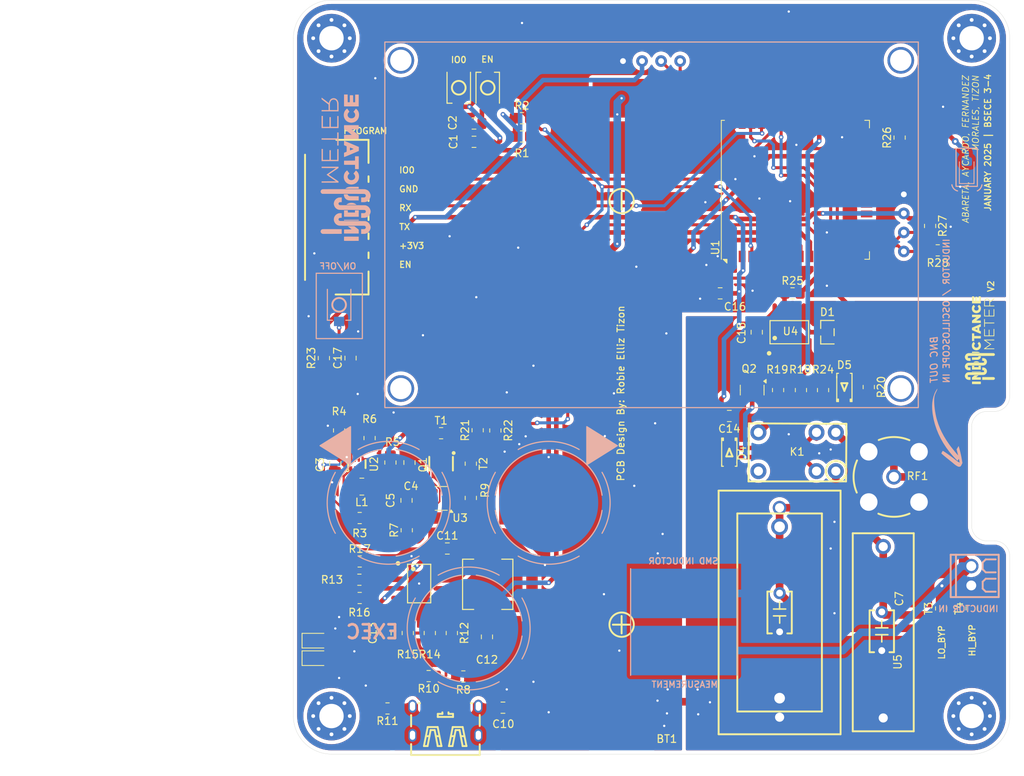
<source format=kicad_pcb>
(kicad_pcb (version 20240108) (generator "pcbnew") (generator_version "8.0")
  (layers (0 "F.Cu" signal "Front") (31 "B.Cu" signal "Back") (34 "B.Paste" user) (35 "F.Paste" user) (36 "B.SilkS" user "B.Silkscreen") (37 "F.SilkS" user "F.Silkscreen") (38 "B.Mask" user) (39 "F.Mask" user) (44 "Edge.Cuts" user))
  (net 0 "")
  (net 20 "Net-(U2-LX2)")
  (net 21 "Net-(U2-LX1)")
  (net 22 "/RX")
  (net 23 "/TX")
  (net 24 "+3.3V")
  (net 25 "Net-(U2-FB)")
  (net 26 "+BATT")
  (net 27 "Net-(Q1-S2)")
  (net 28 "Net-(U3-VCC)")
  (net 29 "Net-(Q1-D1{slash}D2-Pad5)")
  (net 30 "Net-(Q1-G2)")
  (net 31 "Net-(Q1-D1{slash}D2-Pad2)")
  (net 32 "Net-(Q1-G1)")
  (net 33 "Net-(U2-EN)")
  (net 34 "Net-(U2-MODE)")
  (net 35 "Net-(U3-CS)")
  (net 38 "Net-(USB1-EH)")
  (net 39 "Net-(USB1-CC2)")
  (net 40 "Net-(USB1-CC1)")
  (net 41 "VBUS")
  (net 42 "/IO0")
  (net 43 "/EN")
  (net 44 "Net-(U6-BAT)")
  (net 45 "Net-(D2-A)")
  (net 46 "Net-(D3-A)")
  (net 47 "Net-(U6-SW)")
  (net 48 "Net-(U6-ICHG)")
  (net 49 "Net-(U6-TEST)")
  (net 50 "Net-(U6-NTC)")
  (net 51 "Net-(U6-D2)")
  (net 52 "Net-(U6-D1)")
  (net 53 "SDA")
  (net 54 "SCL")
  (net 55 "Inductor_A")
  (net 56 "/HI_REF_CAP")
  (net 57 "/LOW_REF_CAP")
  (net 58 "SQ_SIG_OUT")
  (net 59 "Net-(D4-A)")
  (net 60 "Net-(Q2-B)")
  (net 61 "RELAY")
  (net 62 "GND")
  (net 65 "Net-(D5-A)")
  (net 66 "/IO26")
  (net 67 "Net-(J2-Pin_1)")
  (net 68 "Net-(J3-Pin_1)")
  (net 69 "Net-(J4-Pin_1)")
  (net 70 "/IO34")
  (net 71 "Net-(U1-IO27)")
  (net 72 "Net-(D1-K)")
  (net 73 "Net-(U4-OUTB)")
  (net 78 "Net-(D6-A)")
  (net 79 "/IO2")
  (footprint "Resistor_SMD:R_0805_2012Metric_Pad1.20x1.40mm_HandSolder" (layer "F.Cu") (at 116.1 122.7 90)
    (property "Reference" "R14")
    (property "Value" "0.5R")
  )
  (footprint "MountingHole:MountingHole_3.2mm_M3_Pad_Via" (layer "F.Cu") (at 103.2 44.6)
    (property "Reference" "H2" (hide yes))
    (property "Value" "M3 Pad")
  )
  (footprint "Resistor_SMD:R_0805_2012Metric_Pad1.20x1.40mm_HandSolder" (layer "F.Cu") (at 177.75 57.65 90)
    (property "Reference" "R26")
    (property "Value" "150R")
  )
  (footprint "easyeda2kicad:SOD-123FL_L2.8-W1.8-LS3.7-RD" (layer "F.Cu") (at 155.4 99 -90)
    (property "Reference" "D4")
    (property "Value" "1N4007 A7")
  )
  (footprint "Resistor_SMD:R_0805_2012Metric_Pad1.20x1.40mm_HandSolder" (layer "F.Cu") (at 173.7 90.4 -90)
    (property "Reference" "R20")
    (property "Value" "150R")
  )
  (footprint "easyeda2kicad:SOT-23-6_L2.9-W1.6-P0.95-LS2.8-BR" (layer "F.Cu") (at 117.58125 100.4625 90)
    (property "Reference" "Q1")
    (property "Value" "FS8205A")
  )
  (footprint "MountingHole:MountingHole_3.2mm_M3_Pad_Via" (layer "F.Cu") (at 187.2 133.6)
    (property "Reference" "H4" (hide yes))
    (property "Value" "M3 Pad")
  )
  (footprint "LED_SMD:LED_0805_2012Metric_Pad1.15x1.40mm_HandSolder" (layer "F.Cu") (at 101.2 126)
    (property "Reference" "D2" (hide yes))
    (property "Value" "LED")
  )
  (footprint "Resistor_SMD:R_0805_2012Metric_Pad1.20x1.40mm_HandSolder" (layer "F.Cu") (at 106.9 113.3)
    (property "Reference" "R17")
    (property "Value" "100R")
  )
  (footprint "easyeda2kicad:SW-SMD_L3.9-W3.0-P4.45" (layer "F.Cu") (at 119.9 51.1 90)
    (property "Reference" "SW1" (hide yes))
    (property "Value" "BOOT")
  )
  (footprint "Resistor_SMD:R_0805_2012Metric_Pad1.20x1.40mm_HandSolder" (layer "F.Cu") (at 128.2 55.1)
    (property "Reference" "R2")
    (property "Value" "10K")
  )
  (footprint "Resistor_SMD:R_0805_2012Metric_Pad1.20x1.40mm_HandSolder" (layer "F.Cu") (at 163.7 78.1)
    (property "Reference" "R25")
    (property "Value" "33R")
  )
  (footprint "Package_TO_SOT_SMD:SOT-23" (layer "F.Cu") (at 158.4 90.8 -90)
    (property "Reference" "Q2")
    (property "Value" "SS8050")
  )
  (footprint "RF_Module:ESP32-WROOM-32U" (layer "F.Cu") (at 164.07 64.5 90)
    (property "Reference" "U1")
    (property "Value" "ESP32-WROOM-32U")
  )
  (footprint "Resistor_SMD:R_0805_2012Metric_Pad1.20x1.40mm_HandSolder" (layer "F.Cu") (at 108.2 97.1 90)
    (property "Reference" "R6")
    (property "Value" "100K")
  )
  (footprint "Resistor_SMD:R_0805_2012Metric_Pad1.20x1.40mm_HandSolder" (layer "F.Cu") (at 106.9 107.6 180)
    (property "Reference" "R3")
    (property "Value" "511K")
  )
  (footprint "Capacitor_SMD:C_0805_2012Metric_Pad1.18x1.45mm_HandSolder" (layer "F.Cu") (at 110.29 122.7 90)
    (property "Reference" "C13")
    (property "Value" "22uF")
  )
  (footprint "Resistor_SMD:R_0805_2012Metric_Pad1.20x1.40mm_HandSolder" (layer "F.Cu") (at 161.8 90.8 90)
    (property "Reference" "R19")
    (property "Value" "10K")
  )
  (footprint "Resistor_SMD:R_0805_2012Metric_Pad1.20x1.40mm_HandSolder" (layer "F.Cu") (at 102.2 86.6 90)
    (property "Reference" "R23")
    (property "Value" "10K")
  )
  (footprint "Resistor_SMD:R_0805_2012Metric_Pad1.20x1.40mm_HandSolder" (layer "F.Cu") (at 181.75 69.25 -90)
    (property "Reference" "R27")
    (property "Value" "10K")
  )
  (footprint "Resistor_SMD:R_0805_2012Metric" (layer "F.Cu") (at 124.7 96.1 90)
    (property "Reference" "R22")
    (property "Value" "50K")
  )
  (footprint "easyeda2kicad:SW-SMD_L3.9-W3.0-P4.45" (layer "F.Cu") (at 123.7 51.1 -90)
    (property "Reference" "SW2" (hide yes))
    (property "Value" "ENABLE")
  )
  (footprint "easyeda2kicad:CAP-TH_L5.5-W3.2-P5.00-D0.5" (layer "F.Cu") (at 162 120 90)
    (property "Reference" "C8" (hide yes))
    (property "Value" "4.7uF MLCC")
  )
  (footprint "easyeda2kicad:Net-Tie 0805 Based" (layer "F.Cu") (at 183.2 119.47 90)
    (property "Reference" "T3")
    (property "Value" "Solderable Tie")
  )
  (footprint "MountingHole:MountingHole_3.2mm_M3_Pad_Via" (layer "F.Cu") (at 103.2 133.6)
    (property "Reference" "H3" (hide yes))
    (property "Value" "M3 Pad")
  )
  (footprint "Capacitor_SMD:C_0805_2012Metric_Pad1.18x1.45mm_HandSolder" (layer "F.Cu") (at 121.9 55.8)
    (property "Reference" "C2")
    (property "Value" "100nF")
  )
  (footprint "Resistor_SMD:R_0805_2012Metric_Pad1.20x1.40mm_HandSolder" (layer "F.Cu") (at 120.5 128.4)
    (property "Reference" "R8")
    (property "Value" "5.1K")
  )
  (footprint "easyeda2kicad:SOT-23-3_L2.9-W1.6-P1.90-LS2.8-BR" (layer "F.Cu") (at 168.2725 83.2)
    (property "Reference" "D1")
    (property "Value" "BAT54-7-F")
  )
  (footprint "easyeda2kicad:SOIC-8_L4.9-W3.9-P1.27-LS6.0-BL" (layer "F.Cu") (at 163.2725 83.2)
    (property "Reference" "U4")
    (property "Value" "TLV3202AIDR")
  )
  (footprint "easyeda2kicad:BNC-TH_DOSIN-801-0051" (layer "F.Cu") (at 176.995837 102.198049)
    (property "Reference" "RF1")
    (property "Value" "BNC")
  )
  (footprint "Resistor_SMD:R_0805_2012Metric_Pad1.20x1.40mm_HandSolder" (layer "F.Cu") (at 164.8 90.8 -90)
    (property "Reference" "R18")
    (property "Value" "1K")
  )
  (footprint "easyeda2kicad:SOD-123FL_L2.8-W1.8-LS3.7-RD" (layer "F.Cu") (at 170.5 90.4 90)
    (property "Reference" "D5")
    (property "Value" "1N4007 A7")
  )
  (footprint "Resistor_SMD:R_0805_2012Metric_Pad1.20x1.40mm_HandSolder" (layer "F.Cu") (at 118.99 122.7 -90)
    (property "Reference" "R12")
    (property "Value" "47K")
  )
  (footprint "Resistor_SMD:R_0805_2012Metric_Pad1.20x1.40mm_HandSolder" (layer "F.Cu") (at 113.07375 109.2025 90)
    (property "Reference" "R7")
    (property "Value" "100R")
  )
  (footprint "Capacitor_SMD:C_0805_2012Metric" (layer "F.Cu") (at 125.7 132.5)
    (property "Reference" "C10")
    (property "Value" "2.2nF")
  )
  (footprint "Capacitor_SMD:C_0805_2012Metric_Pad1.18x1.45mm_HandSolder" (layer "F.Cu") (at 154.2 78.1)
    (property "Reference" "C16")
    (property "Value" "22uF")
  )
  (footprint "Inductor_SMD:L_1008_2520Metric" (layer "F.Cu") (at 107.18125 103.4725 180)
    (property "Reference" "L1")
    (property "Value" "1uH")
  )
  (footprint "easyeda2kicad:CAP-TH_L32.0-W16.0-P27.50-D0.8" (layer "F.Cu") (at 162 120 90)
    (property "Reference" "C6" (hide yes))
    (property "Value" "5uF MKP")
  )
  (footprint "easyeda2kicad:CAP-TH_L5.5-W3.2-P5.00-D0.5" (layer "F.Cu") (at 175.4075 122.4675 -90)
    (property "Reference" "C7")
    (property "Value" "100nF MLCC")
  )
  (footprint "images:Inductance Meter Logo" (layer "F.Cu") (at 193.840544 85.445961 90)
    (property "Reference" "G***" (hide yes))
    (property "Value" "LOGO" (hide yes))
  )
  (footprint "Capacitor_SMD:C_0805_2012Metric_Pad1.18x1.45mm_HandSolder" (layer "F.Cu") (at 155.4 94.2 180)
    (property "Reference" "C14")
    (property "Value" "1uF")
  )
  (footprint "Resistor_SMD:R_0805_2012Metric_Pad1.20x1.40mm_HandSolder" (layer "F.Cu") (at 106.9 118.1)
    (property "Reference" "R16")
    (property "Value" "100R")
  )
  (footprint "easyeda2kicad:Net-Tie 0805 Based" (layer "F.Cu") (at 187.2 119.46 90)
    (property "Reference" "T4")
    (property "Value" "Solderable Tie")
  )
  (footprint "Capacitor_SMD:C_0805_2012Metric_Pad1.18x1.45mm_HandSolder" (layer "F.Cu") (at 103.7 100.4125 -90)
    (property "Reference" "C3")
    (property "Value" "47uF")
  )
  (footprint "Resistor_SMD:R_0805_2012Metric" (layer "F.Cu") (at 122.38125 96.0725 -90)
    (property "Reference" "R21")
    (property "Value" "40K")
  )
  (footprint "Capacitor_SMD:C_0805_2012Metric_Pad1.18x1.45mm_HandSolder" (layer "F.Cu") (at 121.9 58.2 180)
    (property "Reference" "C1")
    (property "Value" "100nF")
  )
  (footprint "Capacitor_SMD:C_0805_2012Metric_Pad1.18x1.45mm_HandSolder" (layer "F.Cu") (at 159 83.2 90)
    (property "Reference" "C15")
    (property "Value" "1uF")
  )
  (footprint "easyeda2kicad:Net-Tie 0805 Based" (layer "F.Cu") (at 121.48125 100.4625 -90)
    (property "Reference" "T2")
    (property "Value" "Solderable Tie")
  )
  (footprint "easyeda2kicad:Net-Tie 0805 Based" (layer "F.Cu") (at 117.58125 96.4625)
    (property "Reference" "T1")
    (property "Value" "Solderable Tie")
  )
  (footprint "Capacitor_SMD:C_0805_2012Metric_Pad1.18x1.45mm_HandSolder" (layer "F.Cu") (at 118.4 111.6)
    (property "Reference" "C11")
    (property "Value" "22uF")
  )
  (footprint "Capacitor_SMD:C_0805_2012Metric_Pad1.18x1.45mm_HandSolder" (layer "F.Cu") (at 105.7 86.6 90)
    (property "Reference" "C17")
    (property "Value" "100nF")
  )
  (footprint "easyeda2kicad:SOT-583-8_L2.1-W1.2-P0.50-LS1.6-BL" (layer "F.Cu") (at 106.53125 100.5125)
    (property "Reference" "U2")
    (property "Value" "TPS631000DRLR")
  )
  (footprint "easyeda2kicad:TYPE-C-SMD_TYPE-C-6P_5" (layer "F.Cu") (at 118.15 134.0925)
    (property "Reference" "USB1" (hide yes))
    (property "Value" "TYPE-C 6P(073)")
  )
  (footprint "LED_SMD:LED_0805_2012Metric_Pad1.15x1.40mm_HandSolder" (layer "F.Cu") (at 101.2 123.7)
    (property "Reference" "D3" (hide yes))
    (property "Value" "LED")
  )
  (footprint "easyeda2kicad:SOP-8_L4.9-W3.9-P1.27-LS6.0-BL-EP" (layer "F.Cu") (at 114.7 116.2 -90)
    (property "Reference" "U6" (hide yes))
    (property "Value" "IP2312")
  )
  (footprint "easyeda2kicad:IND-SMD_L7.1-W6.6" (layer "F.Cu") (at 123.7 116.3 -90)
    (property "Reference" "L2" (hide yes))
    (property "Value" "2.2uH")
  )
  (footprint "Capacitor_SMD:C_0805_2012Metric_Pad1.18x1.45mm_HandSolder" (layer "F.Cu") (at 113.43125 100.3125 90)
    (property "Reference" "C4")
    (property "Value" "22uF")
  )
  (footprint "Resistor_SMD:R_0805_2012Metric_Pad1.20x1.40mm_HandSolder" (layer "F.Cu") (at 182.75 72.45 180)
    (property "Reference" "R28")
    (property "Value" "10K")
  )
  (footprint "Resistor_SMD:R_0805_2012Metric_Pad1.20x1.40mm_HandSolder" (layer "F.Cu") (at 110.55 132.6 180)
    (property "Reference" "R11")
    (property "Value" "1M")
  )
  (footprint "easyeda2kicad:CAP-TH_L26.0-W8.0-P22.50-D0.8" (layer "F.Cu") (at 175.6 122.6 -90)
    (property "Reference" "U5")
    (property "Value" "100nF MKP")
  )
  (footprint "Capacitor_SMD:C_0805_2012Metric_Pad1.18x1.45mm_HandSolder" (layer "F.Cu") (at 123.6 123.2 90)
    (property "Reference" "C12")
    (property "Value" "22uF")
  )
  (footprint "Resistor_SMD:R_0805_2012Metric_Pad1.20x1.40mm_HandSolder" (layer "F.Cu") (at 106.8625 115.7)
    (property "Reference" "R13")
    (property "Value" "47K")
  )
  (footprint "Resistor_SMD:R_0805_2012Metric_Pad1.20x1.40mm_HandSolder" (layer "F.Cu") (at 121.48125 104.9625 90)
    (property "Reference" "R9")
    (property "Value" "1K")
  )
  (footprint "easyeda2kicad:CONN-SMD_S6B-XH-SM4-TB-LF-SN" (layer "F.Cu") (at 105.2 68.1 -90)
    (property "Reference" "U7" (hide yes))
    (property "Value" "XH UART")
  )
  (footprint "easyeda2kicad:RELAY-TH_G5V-1" (layer "F.Cu") (at 164.3 98.9 180)
    (property "Reference" "K1")
    (property "Value" "G5V-1-DC3")
  )
  (footprint "Resistor_SMD:R_0805_2012Metric_Pad1.20x1.40mm_HandSolder" (layer "F.Cu") (at 115.95 128.35 180)
    (property "Reference" "R10")
    (property "Value" "5.1K")
  )
  (footprint "Package_TO_SOT_SMD:SOT-23-6" (layer "F.Cu") (at 117.60375 105.0225 180)
    (property "Reference" "U3")
    (property "Value" "DW01A")
  )
  (footprint "Resistor_SMD:R_0805_2012Metric_Pad1.20x1.40mm_HandSolder" (layer "F.Cu") (at 113.21 122.7 -90)
    (property "Reference" "R15")
    (property "Value" "51K")
  )
  (footprint "Resistor_SMD:R_0805_2012Metric_Pad1.20x1.40mm_HandSolder" (layer "F.Cu") (at 167.7 90.8 90)
    (property "Reference" "R24")
    (property "Value" "100R")
  )
  (footprint "Resistor_SMD:R_0805_2012Metric_Pad1.20x1.40mm_HandSolder" (layer "F.Cu") (at 110.93125 100.3125 90)
    (property "Reference" "R5")
    (property "Value" "100K")
  )
  (footprint "Resistor_SMD:R_0805_2012Metric_Pad1.20x1.40mm_HandSolder" (layer "F.Cu") (at 128.2 57.5)
    (property "Reference" "R1")
    (property "Value" "10K")
  )
  (footprint "easyeda2kicad:CAP-TH_L26.0-W11.1-P22.50-D1.4" (layer "F.Cu") (at 162 120 -90)
    (property "Reference" "C9" (hide yes))
    (property "Value" "1uF CBB")
  )
  (footprint "easyeda2kicad:BATTERY-SMD_18650-1S-L77.1-W20.7-1" (layer "F.Cu") (at 141.27 93.79 180)
    (property "Reference" "BT1")
    (property "Value" "18650")
  )
  (footprint "MountingHole:MountingHole_3.2mm_M3_Pad_Via" (layer "F.Cu") (at 187.2 44.6)
    (property "Reference" "H1" (hide yes))
    (property "Value" "M3 Pad")
  )
  (footprint "Capacitor_SMD:C_0805_2012Metric" (layer "F.Cu") (at 113.04375 105.2825 -90)
    (property "Reference" "C5")
    (property "Value" "100n")
  )
  (footprint "Resistor_SMD:R_0805_2012Metric_Pad1.20x1.40mm_HandSolder" (layer "F.Cu") (at 104.2 96.1 90)
    (property "Reference" "R4")
    (property "Value" "91K")
  )
  (footprint "LED_SMD:LED_0805_2012Metric_Pad1.15x1.40mm_HandSolder" (layer "B.Cu") (at 186.55 61.825 90)
    (property "Reference" "D6" (hide yes))
    (property "Value" "LED")
  )
  (footprint "easyeda2kicad:2.4 OLED I2C" (layer "B.Cu") (at 143.8 66.5 180)
    (property "Reference" "U8" (hide yes))
    (property "Value" "~")
  )
  (footprint "easyeda2kicad:IND-SMD_L7.1-W6.6" (layer "B.Cu") (at 149.45 121.25 -90)
    (property "Reference" "L3" (hide yes))
    (property "Value" "SMD L")
  )
  (footprint "Robie_Customs:Touch_Pad_ESP" (layer "B.Cu") (at 131.7 105.6 180)
    (property "Reference" "J2" (hide yes))
    (property "Value" "Touch")
  )
  (footprint "images:arrow" (layer "B.Cu") (at 184.2 95.8)
    (property "Reference" "G***" (hide yes))
    (property "Value" "LOGO" (hide yes))
  )
  (footprint "Robie_Customs:Touch_Pad_ESP" (layer "B.Cu") (at 110.7 105.6 180)
    (property "Reference" "J4" (hide yes))
    (property "Value" "Touch")
  )
  (footprint "easyeda2kicad:CONN-TH_2P-P2.54_MX128-2.54-GN01-02P-CU-Y-A" (layer "B.Cu") (at 187.15 115.18 -90)
    (property "Reference" "J1" (hide yes))
    (property "Value" "S Term")
  )
  (footprint "easyeda2kicad:SW-SMD_L3.9-W3.0-P4.45" (layer "B.Cu") (at 104.2 79.6 90)
    (property "Reference" "SW3" (hide yes))
    (property "Value" "ON-OFF")
  )
  (footprint "Robie_Customs:Touch_Pad_ESP" (layer "B.Cu") (at 121.2 122.1 180)
    (property "Reference" "J3" (hide yes))
    (property "Value" "Touch")
  )
  (footprint "images:Inductance Meter Logo" (layer "B.Cu") (at 99.492379 62.795961 90)
    (property "Reference" "G***" (hide yes))
    (property "Value" "LOGO" (hide yes))
  )
  (gr_rect (start 101.2 75.46) (end 107.25 84.04) (stroke (width 0.1524)) (fill none) (layer "B.SilkS"))
  (gr_poly (pts (xy 105.700001 95.600001) (xy 105.700001 100.600001) (xy 101.700001 98.100001)) (stroke (width 0.1524)) (fill solid) (layer "B.SilkS"))
  (gr_poly (pts (xy 136.699999 100.600001) (xy 136.699999 95.600001) (xy 140.699999 98.100001)) (stroke (width 0.1524)) (fill solid) (layer "B.SilkS"))
  (gr_rect (start 185.15 59.05) (end 187.95 64.05) (stroke (width 0.1524)) (fill none) (layer "B.SilkS"))
  (gr_arc (start 185.35 64.649999) (mid 184.85714 64.357115) (end 184.607888 63.840816) (stroke (width 0.1524)) (layer "B.SilkS"))
  (gr_arc (start 188.549999 63.85) (mid 188.348173 64.322408) (end 187.946859 64.643112) (stroke (width 0.1524)) (layer "B.SilkS"))
  (gr_arc (start 190.2 110.6) (mid 191.614214 111.185786) (end 192.2 112.6) (stroke (width 0.0381)) (layer "Edge.Cuts"))
  (gr_arc (start 189.2 110.6) (mid 187.785786 110.014214) (end 187.2 108.6) (stroke (width 0.0381)) (layer "Edge.Cuts"))
  (gr_arc (start 187.2 95.6) (mid 187.785786 94.185786) (end 189.2 93.6) (stroke (width 0.0381)) (layer "Edge.Cuts"))
  (gr_line (start 187.2 108.6) (end 187.2 95.6) (stroke (width 0.0381)) (layer "Edge.Cuts"))
  (gr_arc (start 103.2 138.6) (mid 99.664466 137.135534) (end 98.2 133.6) (stroke (width 0.0381)) (layer "Edge.Cuts"))
  (gr_arc (start 187.2 39.6) (mid 190.735534 41.064466) (end 192.2 44.6) (stroke (width 0.0381)) (layer "Edge.Cuts"))
  (gr_line (start 187.2 39.6) (end 103.2 39.6) (stroke (width 0.0381)) (layer "Edge.Cuts"))
  (gr_line (start 192.2 91.6) (end 192.2 44.6) (stroke (width 0.0381)) (layer "Edge.Cuts"))
  (gr_line (start 189.2 93.6) (end 190.2 93.6) (stroke (width 0.0381)) (layer "Edge.Cuts"))
  (gr_arc (start 192.2 91.6) (mid 191.614214 93.014214) (end 190.2 93.6) (stroke (width 0.0381)) (layer "Edge.Cuts"))
  (gr_arc (start 192.2 133.6) (mid 190.735534 137.135534) (end 187.2 138.6) (stroke (width 0.0381)) (layer "Edge.Cuts"))
  (gr_line (start 103.2 138.6) (end 187.2 138.6) (stroke (width 0.0381)) (layer "Edge.Cuts"))
  (gr_line (start 98.2 44.6) (end 98.2 133.6) (stroke (width 0.0381)) (layer "Edge.Cuts"))
  (gr_arc (start 98.2 44.6) (mid 99.664466 41.064466) (end 103.2 39.6) (stroke (width 0.0381)) (layer "Edge.Cuts"))
  (gr_line (start 190.2 110.6) (end 189.2 110.6) (stroke (width 0.0381)) (layer "Edge.Cuts"))
  (gr_line (start 192.2 133.6) (end 192.2 112.6) (stroke (width 0.0381)) (layer "Edge.Cuts"))
  (gr_text "ON/OFF\n" (at 106.54 75.01 0) (layer "B.SilkS") (effects (font (size 0.8128 0.8128) (thickness 0.1524) (bold yes)) (justify left bottom mirror)))
  (gr_text "INDUCTOR IN\n" (at 190.8 120 0) (layer "B.SilkS") (effects (font (size 0.8128 0.8128) (thickness 0.1524) (bold yes)) (justify left bottom mirror)))
  (gr_text "MEASUREMENT" (at 153.98 129.93 0) (layer "B.SilkS") (effects (font (size 0.8128 0.8128) (thickness 0.1524) (bold yes)) (justify left bottom mirror)))
  (gr_text "SMD INDUCTOR" (at 154.04 113.73 0) (layer "B.SilkS") (effects (font (size 0.8128 0.8128) (thickness 0.1524) (bold yes)) (justify left bottom mirror)))
  (gr_text "EXEC" (at 112.2 123.6 0) (layer "B.SilkS") (effects (font (size 1.8128 1.8128) (thickness 0.3524) (bold yes)) (justify left bottom mirror)))
  (gr_text "INDUCTOR / OSCILLOSCOPE IN" (at 184.36 70.84 90) (layer "B.SilkS") (effects (font (size 0.8128 0.8128) (thickness 0.1524) (bold yes)) (justify left bottom mirror)))
  (gr_text "BNC OUT" (at 182.8 83.6 90) (layer "B.SilkS") (effects (font (size 0.9128 0.9128) (thickness 0.1524) (bold yes) (italic yes)) (justify left bottom mirror)))
  (gr_text "V2" (at 190.2 78 90) (layer "F.SilkS") (effects (font (size 0.8128 0.8128) (thickness 0.1524) (bold yes)) (justify left bottom)))
  (gr_text "PCB Design By: Robie Elliz Tizon" (at 141.7 102.85 90) (layer "F.SilkS") (effects (font (size 0.9128 0.9128) (thickness 0.1524) (bold yes)) (justify left bottom)))
  (gr_text "IO0" (at 112 62.4 0) (layer "F.SilkS") (effects (font (size 0.8128 0.8128) (thickness 0.1524) (bold yes)) (justify left bottom)))
  (gr_text "IO0" (at 118.79 47.91 0) (layer "F.SilkS") (effects (font (size 0.8128 0.8128) (thickness 0.1524) (bold yes)) (justify left bottom)))
  (gr_text "TX" (at 112 69.84 0) (layer "F.SilkS") (effects (font (size 0.8128 0.8128) (thickness 0.1524) (bold yes)) (justify left bottom)))
  (gr_text "GND" (at 112 64.88 0) (layer "F.SilkS") (effects (font (size 0.8128 0.8128) (thickness 0.1524) (bold yes)) (justify left bottom)))
  (gr_text "EN" (at 112 74.8 0) (layer "F.SilkS") (effects (font (size 0.8128 0.8128) (thickness 0.1524) (bold yes)) (justify left bottom)))
  (gr_text "LO_BYP\n" (at 183.75 126.25 90) (layer "F.SilkS") (effects (font (size 0.8128 0.8128) (thickness 0.1524) (bold yes)) (justify left bottom)))
  (gr_text "RX" (at 112 67.36 0) (layer "F.SilkS") (effects (font (size 0.8128 0.8128) (thickness 0.1524) (bold yes)) (justify left bottom)))
  (gr_text "JANUARY 2025 | BSECE 3-4" (at 189.8 67.4 90) (layer "F.SilkS") (effects (font (size 0.8128 0.8128) (thickness 0.1524) (bold yes)) (justify left bottom)))
  (gr_text "PROGRAM\n" (at 104.67 57.24 0) (layer "F.SilkS") (effects (font (size 0.8128 0.8128) (thickness 0.1524) (bold yes)) (justify left bottom)))
  (gr_text "ABARETA, AYCARDO, FERNANDEZ\nMORALES, TIZON" (at 188.2 49.4 90) (layer "F.SilkS") (effects (font (size 0.8128 0.8128) (thickness 0.1016) (italic yes)) (justify right bottom)))
  (gr_text "+3V3" (at 112 72.32 0) (layer "F.SilkS") (effects (font (size 0.8128 0.8128) (thickness 0.1524) (bold yes)) (justify left bottom)))
  (gr_text "EN" (at 122.77 47.85 0) (layer "F.SilkS") (effects (font (size 0.8128 0.8128) (thickness 0.1524) (bold yes)) (justify left bottom)))
  (gr_text "HI_BYP\n" (at 187.75 125.85 90) (layer "F.SilkS") (effects (font (size 0.8128 0.8128) (thickness 0.1524) (bold yes)) (justify left bottom)))
  (segment (start 106.10625 103.4725) (end 106.24825 103.3305) (width 0.4) (layer "F.Cu") (net 20))
  (segment (start 106.24825 103.3305) (end 106.24825 101.43079) (width 0.4) (layer "F.Cu") (net 20))
  (segment (start 106.78125 101.9975) (end 106.78125 101.1525) (width 0.4) (layer "F.Cu") (net 21))
  (segment (start 108.25625 103.4725) (end 106.78125 101.9975) (width 0.4) (layer "F.Cu") (net 21))
  (segment (start 160.895 55.75) (end 160.895 56.9) (width 0.4) (layer "F.Cu") (net 22))
  (segment (start 160.895 56.9) (end 154.695 63.1) (width 0.4) (layer "F.Cu") (net 22))
  (segment (start 154.695 63.1) (end 114.7 63.1) (width 0.4) (layer "F.Cu") (net 22))
  (segment (start 114.7 63.1) (end 110.95 66.85) (width 0.4) (layer "F.Cu") (net 22))
  (segment (start 110.95 66.85) (end 108.85 66.85) (width 0.4) (layer "F.Cu") (net 22))
  (segment (start 159.625 55.75) (end 159.625 57.025) (width 0.4) (layer "F.Cu") (net 23))
  (segment (start 159.625 57.025) (end 159.7 57.1) (width 0.4) (layer "F.Cu") (net 23))
  (segment (start 110.45 69.35) (end 108.85 69.35) (width 0.4) (layer "F.Cu") (net 23))
  (segment (start 143.2 66.6) (end 113.2 66.6) (width 0.4) (layer "F.Cu") (net 23))
  (segment (start 113.2 66.6) (end 110.45 69.35) (width 0.4) (layer "F.Cu") (net 23))
  (via (at 143.2 66.6) (size 0.6) (drill 0.3) (layers "F.Cu" "B.Cu") (net 23))
  (via (at 159.7 57.1) (size 0.6) (drill 0.3) (layers "F.Cu" "B.Cu") (net 23))
  (segment (start 156.369555 57.1) (end 146.869555 66.6) (width 0.4) (layer "B.Cu") (net 23))
  (segment (start 159.7 57.1) (end 156.369555 57.1) (width 0.4) (layer "B.Cu") (net 23))
  (segment (start 146.869555 66.6) (end 143.2 66.6) (width 0.4) (layer "B.Cu") (net 23))
  (segment (start 154.3625 94.2) (end 154.3625 91.9375) (width 0.6) (layer "F.Cu") (net 24))
  (segment (start 105.4775 101.1525) (end 103.7 99.375) (width 0.6) (layer "F.Cu") (net 24))
  (segment (start 110.45 71.85) (end 114.2 68.1) (width 0.6) (layer "F.Cu") (net 24))
  (segment (start 102.2 85.6) (end 102.2 82.6) (width 0.6) (layer "F.Cu") (net 24))
  (segment (start 181.75 68.25) (end 178.95 68.25) (width 0.6) (layer "F.Cu") (net 24))
  (segment (start 114.2 68.1) (end 155.7 68.1) (width 0.6) (layer "F.Cu") (net 24))
  (segment (start 156.7 82.1) (end 158.9375 82.1) (width 0.6) (layer "F.Cu") (net 24))
  (segment (start 100.7 87.1) (end 102.2 85.6) (width 0.6) (layer "F.Cu") (net 24))
  (segment (start 165.7 68.327) (end 156.427 68.327) (width 0.6) (layer "F.Cu") (net 24))
  (segment (start 103.7 99.1) (end 100.7 96.1) (width 0.6) (layer "F.Cu") (net 24))
  (segment (start 106.95 71.85) (end 108.85 71.85) (width 0.6) (layer "F.Cu") (net 24))
  (segment (start 105.2 73.6) (end 106.95 71.85) (width 0.6) (layer "F.Cu") (net 24))
  (segment (start 154.3625 91.9375) (end 154.7 91.6) (width 0.6) (layer "F.Cu") (net 24))
  (segment (start 159.63 82.1625) (end 161.3625 80.43) (width 0.6) (layer "F.Cu") (net 24))
  (segment (start 108.85 71.85) (end 110.45 71.85) (width 0.6) (layer "F.Cu") (net 24))
  (segment (start 181.75 68.25) (end 182.75 68.25) (width 0.6) (layer "F.Cu") (net 24))
  (segment (start 102.2 82.6) (end 105.2 79.6) (width 0.6) (layer "F.Cu") (net 24))
  (segment (start 127.2 57.5) (end 127.2 55.1) (width 0.4) (layer "F.Cu") (net 24))
  (segment (start 154.3625 96.3625) (end 155.4 97.4) (width 0.6) (layer "F.Cu") (net 24))
  (segment (start 127.2 55.1) (end 126.2 55.1) (width 0.4) (layer "F.Cu") (net 24))
  (segment (start 183.723 72.423) (end 183.75 72.45) (width 0.6) (layer "F.Cu") (net 24))
  (segment (start 164.8 98.4) (end 166.84 96.36) (width 0.6) (layer "F.Cu") (net 24))
  (segment (start 159 82.1625) (end 159.63 82.1625) (width 0.6) (layer "F.Cu") (net 24))
  (segment (start 105.78125 101.1525) (end 105.4775 101.1525) (width 0.3) (layer "F.Cu") (net 24))
  (segment (start 157.2 75.1) (end 157.2 73.365) (width 0.6) (layer "F.Cu") (net 24))
  (segment (start 107.9 107.6) (end 104.8 104.5) (width 0.3) (layer "F.Cu") (net 24))
  (segment (start 103.7 99.375) (end 103.7 99.1) (width 0.6) (layer "F.Cu") (net 24))
  (segment (start 183.723 69.223) (end 183.723 72.423) (width 0.6) (layer "F.Cu") (net 24))
  (segment (start 100.7 96.1) (end 100.7 87.1) (width 0.6) (layer "F.Cu") (net 24))
  (segment (start 156.45 78.1) (end 156.7 77.85) (width 0.6) (layer "F.Cu") (net 24))
  (segment (start 182.75 68.25) (end 183.723 69.223) (width 0.6) (layer "F.Cu") (net 24))
  (segment (start 157.2 73.365) (end 157.085 73.25) (width 0.6) (layer "F.Cu") (net 24))
  (segment (start 158.9375 82.1) (end 159 82.1625) (width 0.6) (layer "F.Cu") (net 24))
  (segment (start 155.2375 78.1) (end 156.45 78.1) (width 0.6) (layer "F.Cu") (net 24))
  (segment (start 156.427 68.327) (end 156.2 68.1) (width 0.6) (layer "F.Cu") (net 24))
  (segment (start 166.427 67.6) (end 165.7 68.327) (width 0.6) (layer "F.Cu") (net 24))
  (segment (start 155.4 97.4) (end 156.4 98.4) (width 0.6) (layer "F.Cu") (net 24))
  (segment (start 166.84 96.36) (end 166.84 97.18) (width 0.6) (layer "F.Cu") (net 24))
  (segment (start 105.78125 101.1525) (end 104.8 102.13375) (width 0.3) (layer "F.Cu") (net 24))
  (segment (start 156.4 98.4) (end 164.8 98.4) (width 0.6) (layer "F.Cu") (net 24))
  (segment (start 178.95 68.25) (end 178.3 67.6) (width 0.6) (layer "F.Cu") (net 24))
  (segment (start 126.2 55.1) (end 125.7 54.6) (width 0.4) (layer "F.Cu") (net 24))
  (segment (start 167.7 67.6) (end 166.427 67.6) (width 0.6) (layer "F.Cu") (net 24))
  (segment (start 105.2 79.6) (end 105.2 73.6) (width 0.6) (layer "F.Cu") (net 24))
  (segment (start 154.3625 94.2) (end 154.3625 96.3625) (width 0.6) (layer "F.Cu") (net 24))
  (segment (start 104.8 102.13375) (end 104.8 104.5) (width 0.3) (layer "F.Cu") (net 24))
  (segment (start 155.7 68.1) (end 156.2 68.1) (width 0.6) (layer "F.Cu") (net 24))
  (via (at 167.7 67.6) (size 0.6) (drill 0.3) (layers "F.Cu" "B.Cu") (net 24))
  (via (at 114.2 68.1) (size 0.6) (drill 0.3) (layers "F.Cu" "B.Cu") (net 24))
  (via (at 154.7 91.6) (size 0.6) (drill 0.3) (layers "F.Cu" "B.Cu") (net 24))
  (via (at 157.2 75.1) (size 0.6) (drill 0.3) (layers "F.Cu" "B.Cu") (net 24))
  (via (at 156.7 82.1) (size 0.6) (drill 0.3) (layers "F.Cu" "B.Cu") (net 24))
  (via (at 156.7 77.85) (size 0.6) (drill 0.3) (layers "F.Cu" "B.Cu") (net 24))
  (via (at 125.7 54.6) (size 0.6) (drill 0.3) (layers "F.Cu" "B.Cu") (net 24))
  (via (at 156.2 68.1) (size 0.6) (drill 0.3) (layers "F.Cu" "B.Cu") (net 24))
  (segment (start 143.95 49.1) (end 143.95 47.6) (width 0.6) (layer "B.Cu") (net 24))
  (segment (start 118.2 68.1) (end 127.95 58.35) (width 0.6) (layer "B.Cu") (net 24))
  (segment (start 154.7 84.1) (end 156.7 82.1) (width 0.6) (layer "B.Cu") (net 24))
  (segment (start 156.7 75.6) (end 157.2 75.1) (width 0.6) (layer "B.Cu") (net 24))
  (segment (start 154.7 91.6) (end 154.7 84.1) (width 0.6) (layer "B.Cu") (net 24))
  (segment (start 156.7 77.85) (end 156.7 75.6) (width 0.6) (layer "B.Cu") (net 24))
  (segment (start 156.2 68.1) (end 157.2 69.1) (width 0.6) (layer "B.Cu") (net 24))
  (segment (start 127.95 57.85) (end 127.95 56.85) (width 0.6) (layer "B.Cu") (net 24))
  (segment (start 127.95 56.85) (end 125.7 54.6) (width 0.6) (layer "B.Cu") (net 24))
  (segment (start 142.95 50.1) (end 143.95 49.1) (width 0.6) (layer "B.Cu") (net 24))
  (segment (start 127.95 57.85) (end 127.95 53.1) (width 0.6) (layer "B.Cu") (net 24))
  (segment (start 167.7 67.6) (end 178.3 67.6) (width 0.6) (layer "B.Cu") (net 24))
  (segment (start 127.95 58.35) (end 127.95 57.85) (width 0.6) (layer "B.Cu") (net 24))
  (segment (start 156.7 82.1) (end 156.7 77.85) (width 0.6) (layer "B.Cu") (net 24))
  (segment (start 130.95 50.1) (end 142.95 50.1) (width 0.6) (layer "B.Cu") (net 24))
  (segment (start 127.95 53.1) (end 130.95 50.1) (width 0.6) (layer "B.Cu") (net 24))
  (segment (start 114.2 68.1) (end 118.2 68.1) (width 0.6) (layer "B.Cu") (net 24))
  (segment (start 157.2 69.1) (end 157.2 75.1) (width 0.6) (layer "B.Cu") (net 24))
  (segment (start 105.78125 99.8725) (end 105.78125 99.6) (width 0.3) (layer "F.Cu") (net 25))
  (segment (start 105.2 99.6) (end 105.78125 99.6) (width 0.3) (layer "F.Cu") (net 25))
  (segment (start 105.78125 99.6) (end 105.78125 98.68125) (width 0.3) (layer "F.Cu") (net 25))
  (segment (start 105.9 107.6) (end 102.2 103.9) (width 0.3) (layer "F.Cu") (net 25))
  (segment (start 105.78125 98.68125) (end 104.2 97.1) (width 0.3) (layer "F.Cu") (net 25))
  (segment (start 102.2 103.9) (end 102.2 100.6) (width 0.3) (layer "F.Cu") (net 25))
  (via (at 102.2 100.6) (size 0.6) (drill 0.3) (layers "F.Cu" "B.Cu") (net 25))
  (via (at 105.2 99.6) (size 0.6) (drill 0.3) (layers "F.Cu" "B.Cu") (net 25))
  (segment (start 104.2 100.6) (end 105.2 99.6) (width 0.3) (layer "B.Cu") (net 25))
  (segment (start 102.2 100.6) (end 104.2 100.6) (width 0.3) (layer "B.Cu") (net 25))
  (segment (start 114.65075 109.94925) (end 114.3975 110.2025) (width 1.5) (layer "F.Cu") (net 26))
  (segment (start 114.3975 110.2025) (end 111.8025 110.2025) (width 1.5) (layer "F.Cu") (net 26))
  (segment (start 115.7 107.6) (end 114.65075 108.64925) (width 1.5) (layer "F.Cu") (net 26))
  (segment (start 123.7 119.21) (end 123.7 122.0625) (width 0.6) (layer "F.Cu") (net 26))
  (segment (start 120.7 124.1) (end 122.6375 122.1625) (width 0.6) (layer "F.Cu") (net 26))
  (segment (start 110.93125 102.96875) (end 110.93125 101.3125) (width 1.5) (layer "F.Cu") (net 26))
  (segment (start 129.51 119.21) (end 129.51 113.41) (width 1.5) (layer "F.Cu") (net 26))
  (segment (start 122.38125 96.985) (end 124.4995 99.10325) (width 0.4) (layer "F.Cu") (net 26))
  (segment (start 125.3525 119.21) (end 123.7 119.21) (width 0.3) (layer "F.Cu") (net 26))
  (segment (start 129.51 113.41) (end 125.8005 109.7005) (width 1.5) (layer "F.Cu") (net 26))
  (segment (start 114.3975 110.2025) (end 113.07375 110.2025) (width 1.5) (layer "F.Cu") (net 26))
  (segment (start 123.7 122.0625) (end 123.6 122.1625) (width 0.6) (layer "F.Cu") (net 26))
  (segment (start 110.2 103.7) (end 110.93125 102.96875) (width 1.5) (layer "F.Cu") (net 26))
  (segment (start 104.6 114.4375) (end 105.8625 115.7) (width 0.3) (layer "F.Cu") (net 26))
  (segment (start 110.22625 101.7725) (end 110.82625 101.1725) (width 0.4) (layer "F.Cu") (net 26))
  (segment (start 113.53125 101.35) (end 110.96875 101.35) (width 0.3) (layer "F.Cu") (net 26))
  (segment (start 125.8005 109.7005) (end 124.4995 109.7005) (width 1.5) (layer "F.Cu") (net 26))
  (segment (start 122.6375 122.1625) (end 123.6 122.1625) (width 0.6) (layer "F.Cu") (net 26))
  (segment (start 110.77125 101.1525) (end 110.93125 101.3125) (width 0.3) (layer "F.Cu") (net 26))
  (segment (start 124.4995 99.10325) (end 124.4995 109.7005) (width 0.4) (layer "F.Cu") (net 26))
  (segment (start 116.1 123.7) (end 118 125.6) (width 0.6) (layer "F.Cu") (net 26))
  (segment (start 105.6 111.7) (end 104.6 112.7) (width 0.3) (layer "F.Cu") (net 26))
  (segment (start 110.2 108.6) (end 110.2 103.7) (width 1.5) (layer "F.Cu") (net 26))
  (segment (start 141.27 130.97) (end 141.27 135.1) (width 1.5) (layer "F.Cu") (net 26))
  (segment (start 116.3 123.5) (end 116.1 123.7) (width 0.6) (layer "F.Cu") (net 26))
  (segment (start 111.8025 110.2025) (end 110.2 108.6) (width 1.5) (layer "F.Cu") (net 26))
  (segment (start 107.93625 101.7725) (end 110.22625 101.7725) (width 0.4) (layer "F.Cu") (net 26))
  (segment (start 107.33625 101.1725) (end 107.93625 101.7725) (width 0.4) (layer "F.Cu") (net 26))
  (segment (start 113.07375 110.2025) (end 111.57625 111.7) (width 0.3) (layer "F.Cu") (net 26))
  (segment (start 111.57625 111.7) (end 105.6 111.7) (width 0.3) (layer "F.Cu") (net 26))
  (segment (start 129.51 119.21) (end 123.7 119.21) (width 1.5) (layer "F.Cu") (net 26))
  (segment (start 122.399 107.6) (end 115.7 107.6) (width 1.5) (layer "F.Cu") (net 26))
  (segment (start 118 125.6) (end 120.7 125.6) (width 0.6) (layer "F.Cu") (net 26))
  (segment (start 104.6 112.7) (end 104.6 114.4375) (width 0.3) (layer "F.Cu") (net 26))
  (segment (start 114.65075 108.64925) (end 114.65075 109.94925) (width 1.5) (layer "F.Cu") (net 26))
  (segment (start 110.96875 101.35) (end 110.93125 101.3125) (width 0.3) (layer "F.Cu") (net 26))
  (segment (start 120.7 125.6) (end 120.7 124.1) (width 0.6) (layer "F.Cu") (net 26))
  (segment (start 129.51 119.21) (end 141.27 130.97) (width 1.5) (layer "F.Cu") (net 26))
  (segment (start 124.4995 109.7005) (end 122.399 107.6) (width 1.5) (layer "F.Cu") (net 26))
  (segment (start 116.46625 105.9725) (end 116.855968 105.9725) (width 0.3) (layer "F.Cu") (net 27))
  (segment (start 116.63125 96.5525) (end 116.72125 96.4625) (width 0.3) (layer "F.Cu") (net 27))
  (segment (start 116.72125 95.57875) (end 120.2 92.1) (width 1) (layer "F.Cu") (net 27))
  (segment (start 116.63125 99.1125) (end 116.63125 96.5525) (width 0.6) (layer "F.Cu") (net 27))
  (segment (start 117.4 103.806434) (end 116.05425 102.460684) (width 0.2) (layer "F.Cu") (net 27))
  (segment (start 116.05425 99.6895) (end 116.63125 99.1125) (width 0.2) (layer "F.Cu") (net 27))
  (segment (start 116.72125 96.4625) (end 116.72125 95.57875) (width 1) (layer "F.Cu") (net 27))
  (segment (start 120.2 92.1) (end 140.7 71.6) (width 1) (layer "F.Cu") (net 27))
  (segment (start 116.46625 105.9725) (end 114.76375 105.9725) (width 0.3) (layer "F.Cu") (net 27))
  (segment (start 114.76375 105.9725) (end 113.30375 105.9725) (width 0.3) (layer "F.Cu") (net 27))
  (segment (start 113.30375 105.9725) (end 113.04375 106.2325) (width 0.3) (layer "F.Cu") (net 27))
  (segment (start 116.05425 102.460684) (end 116.05425 99.6895) (width 0.2) (layer "F.Cu") (net 27))
  (segment (start 116.855968 105.9725) (end 117.4 105.428468) (width 0.2) (layer "F.Cu") (net 27))
  (segment (start 117.4 105.428468) (end 117.4 103.806434) (width 0.2) (layer "F.Cu") (net 27))
  (via (at 141.27 52.48) (size 0.6) (drill 0.3) (layers "F.Cu" "B.Cu") (net 27))
  (via (at 140.7 71.6) (size 0.6) (drill 0.3) (layers "F.Cu" "B.Cu") (net 27))
  (via (at 140.7 54.6) (size 0.6) (drill 0.3) (layers "F.Cu" "B.Cu") (net 27))
  (segment (start 140.7 71.6) (end 140.7 54.6) (width 1) (layer "B.Cu") (net 27))
  (segment (start 140.7 54.6) (end 140.7 53.05) (width 1) (layer "B.Cu") (net 27))
  (segment (start 140.7 53.05) (end 141.27 52.48) (width 1) (layer "B.Cu") (net 27))
  (segment (start 112.37375 108.2025) (end 111.81375 107.6425) (width 0.4) (layer "F.Cu") (net 28))
  (segment (start 111.81375 105.1125) (end 112.59375 104.3325) (width 0.4) (layer "F.Cu") (net 28))
  (segment (start 111.81375 107.6425) (end 111.81375 105.1125) (width 0.4) (layer "F.Cu") (net 28))
  (segment (start 116.46625 105.0225) (end 113.73375 105.0225) (width 0.3) (layer "F.Cu") (net 28))
  (segment (start 113.73375 105.0225) (end 113.04375 104.3325) (width 0.3) (layer "F.Cu") (net 28))
  (segment (start 117.58125 100.9625) (end 117.78125 100.7625) (width 0.3) (layer "F.Cu") (net 29))
  (segment (start 117.58125 101.8125) (end 117.58125 100.9625) (width 0.3) (layer "F.Cu") (net 29))
  (segment (start 117.78125 100.7625) (end 120.92625 100.7625) (width 0.3) (layer "F.Cu") (net 29))
  (segment (start 120.92625 100.7625) (end 121.48625 101.3225) (width 0.3) (layer "F.Cu") (net 29))
  (segment (start 117.8 105.693749) (end 117.8 103.43525) (width 0.2) (layer "F.Cu") (net 30))
  (segment (start 118.078751 105.9725) (end 117.8 105.693749) (width 0.2) (layer "F.Cu") (net 30))
  (segment (start 116.63125 102.2665) (end 116.63125 101.8125) (width 0.3) (layer "F.Cu") (net 30))
  (segment (start 118.74125 105.9725) (end 118.078751 105.9725) (width 0.3) (layer "F.Cu") (net 30))
  (segment (start 117.8 103.43525) (end 116.63125 102.2665) (width 0.2) (layer "F.Cu") (net 30))
  (segment (start 117.58125 99.9625) (end 117.78125 100.1625) (width 0.3) (layer "F.Cu") (net 31))
  (segment (start 120.92125 100.1625) (end 121.48125 99.6025) (width 0.3) (layer "F.Cu") (net 31))
  (segment (start 117.78125 100.1625) (end 120.92125 100.1625) (width 0.3) (layer "F.Cu") (net 31))
  (segment (start 117.58125 99.1125) (end 117.58125 99.9625) (width 0.3) (layer "F.Cu") (net 31))
  (segment (start 118.74125 104.0725) (end 118.74125 102.0225) (width 0.3) (layer "F.Cu") (net 32))
  (segment (start 118.74125 102.0225) (end 118.53125 101.8125) (width 0.3) (layer "F.Cu") (net 32))
  (segment (start 110.37125 99.8725) (end 110.93125 99.3125) (width 0.3) (layer "F.Cu") (net 33))
  (segment (start 107.28125 99.8725) (end 110.37125 99.8725) (width 0.3) (layer "F.Cu") (net 33))
  (segment (start 106.78125 99.2325) (end 107.91375 98.1) (width 0.3) (layer "F.Cu") (net 34))
  (segment (start 106.78125 99.8725) (end 106.78125 99.2325) (width 0.3) (layer "F.Cu") (net 34))
  (segment (start 107.91375 98.1) (end 108.2 98.1) (width 0.3) (layer "F.Cu") (net 34))
  (segment (start 118.74125 105.0225) (end 120.54125 105.0225) (width 0.3) (layer "F.Cu") (net 35))
  (segment (start 120.54125 105.0225) (end 121.48125 105.9625) (width 0.3) (layer "F.Cu") (net 35))
  (segment (start 121.33125 106.1125) (end 121.48125 105.9625) (width 0.3) (layer "F.Cu") (net 35))
  (segment (start 113.5425 132.6) (end 113.83 132.3125) (width 0.6) (layer "F.Cu") (net 38))
  (segment (start 111.55 132.6) (end 113.5425 132.6) (width 0.6) (layer "F.Cu") (net 38))
  (segment (start 122.6575 132.5) (end 122.47 132.3125) (width 0.6) (layer "F.Cu") (net 38))
  (segment (start 124.75 132.5) (end 122.6575 132.5) (width 0.6) (layer "F.Cu") (net 38))
  (segment (start 118.65 129.25) (end 118.65 132.0625) (width 0.6) (layer "F.Cu") (net 39))
  (segment (start 119.5 128.4) (end 118.65 129.25) (width 0.6) (layer "F.Cu") (net 39))
  (segment (start 116.95 128.35) (end 117.65 129.05) (width 0.6) (layer "F.Cu") (net 40))
  (segment (start 117.65 129.05) (end 117.65 132.0625) (width 0.6) (layer "F.Cu") (net 40))
  (segment (start 117.4 112.9) (end 117.4 113.6) (width 0.6) (layer "F.Cu") (net 41))
  (segment (start 116.277 131.0355) (end 115.6355 131.0355) (width 0.6) (layer "F.Cu") (net 41))
  (segment (start 119.65 133.45) (end 119.25 133.85) (width 0.6) (layer "F.Cu") (net 41))
  (segment (start 117.3625 112.8625) (end 117.3625 111.6) (width 0.6) (layer "F.Cu") (net 41))
  (segment (start 119.25 133.85) (end 116.75 133.85) (width 0.6) (layer "F.Cu") (net 41))
  (segment (start 115.4 112.9) (end 117.4 112.9) (width 0.6) (layer "F.Cu") (net 41))
  (segment (start 114.45 113.85) (end 115.4 112.9) (width 0.6) (layer "F.Cu") (net 41))
  (segment (start 108.7 124.1) (end 108.7 119.6) (width 0.6) (layer "F.Cu") (net 41))
  (segment (start 116.65 133.75) (end 116.65 132.0625) (width 0.6) (layer "F.Cu") (net 41))
  (segment (start 117.4 112.9) (end 117.3625 112.8625) (width 0.6) (layer "F.Cu") (net 41))
  (segment (start 117.4 114.22) (end 117.47 114.29) (width 0.6) (layer "F.Cu") (net 41))
  (segment (start 116.75 133.85) (end 116.65 133.75) (width 0.6) (layer "F.Cu") (net 41))
  (segment (start 115.6355 131.0355) (end 108.7 124.1) (width 0.6) (layer "F.Cu") (net 41))
  (segment (start 116.65 131.4085) (end 116.277 131.0355) (width 0.6) (layer "F.Cu") (net 41))
  (segment (start 108.7 119.6) (end 110.2 118.1) (width 0.6) (layer "F.Cu") (net 41))
  (segment (start 117.4 113.6) (end 117.4 114.22) (width 0.6) (layer "F.Cu") (net 41))
  (segment (start 116.65 132.0625) (end 116.65 131.4085) (width 0.6) (layer "F.Cu") (net 41))
  (segment (start 119.65 132.0625) (end 119.65 133.45) (width 0.6) (layer "F.Cu") (net 41))
  (via (at 114.45 113.85) (size 0.6) (drill 0.3) (layers "F.Cu" "B.Cu") (net 41))
  (via (at 110.2 118.1) (size 0.6) (drill 0.3) (layers "F.Cu" "B.Cu") (net 41))
  (segment (start 110.2 118.1) (end 114.45 113.85) (width 0.6) (layer "B.Cu") (net 41))
  (segment (start 108.85 61.85) (end 117.42 53.28) (width 0.4) (layer "F.Cu") (net 42))
  (segment (start 162.525 44.6) (end 172.325 54.4) (width 0.6) (layer "F.Cu") (net 42))
  (segment (start 121.3 53.531) (end 130.231 44.6) (width 0.6) (layer "F.Cu") (net 42))
  (segment (start 128.4 59.3) (end 129.2 58.5) (width 0.6) (layer "F.Cu") (net 42))
  (segment (start 122.9375 58.2) (end 124.5 58.2) (width 0.6) (layer "F.Cu") (net 42))
  (segment (start 124.85 58.55) (end 125.3 58.1) (width 0.6) (layer "F.Cu") (net 42))
  (segment (start 120.22 53.6) (end 119.9 53.28) (width 0.6) (layer "F.Cu") (net 42))
  (segment (start 130.231 44.6) (end 162.525 44.6) (width 0.6) (layer "F.Cu") (net 42))
  (segment (start 129.4 57.7) (end 129.2 57.5) (width 0.6) (layer "F.Cu") (net 42))
  (segment (start 121.3 53.6) (end 121.3 53.531) (width 0.6) (layer "F.Cu") (net 42))
  (segment (start 172.325 54.4) (end 172.325 55.75) (width 0.6) (layer "F.Cu") (net 42))
  (segment (start 117.42 53.28) (end 119.9 53.28) (width 0.4) (layer "F.Cu") (net 42))
  (segment (start 121.3 53.6) (end 120.22 53.6) (width 0.6) (layer "F.Cu") (net 42))
  (segment (start 124.5 58.2) (end 124.85 58.55) (width 0.6) (layer "F.Cu") (net 42))
  (segment (start 125.6 59.3) (end 128.4 59.3) (width 0.6) (layer "F.Cu") (net 42))
  (segment (start 124.85 58.55) (end 125.6 59.3) (width 0.6) (layer "F.Cu") (net 42))
  (segment (start 129.2 58.5) (end 129.2 57.5) (width 0.6) (layer "F.Cu") (net 42))
  (segment (start 125.3 58.1) (end 125.3 57.7) (width 0.6) (layer "F.Cu") (net 42))
  (via (at 121.3 53.6) (size 0.6) (drill 0.3) (layers "F.Cu" "B.Cu") (net 42))
  (via (at 125.3 57.7) (size 0.6) (drill 0.3) (layers "F.Cu" "B.Cu") (net 42))
  (segment (start 125.3 57.7) (end 125.3 57.6) (width 0.6) (layer "B.Cu") (net 42))
  (segment (start 125.3 57.6) (end 121.3 53.6) (width 0.6) (layer "B.Cu") (net 42))
  (segment (start 123.7 53.28) (end 127.38 53.28) (width 0.6) (layer "F.Cu") (net 43))
  (segment (start 108.85 74.35) (end 131.45 74.35) (width 0.4) (layer "F.Cu") (net 43))
  (segment (start 158.355 73.25) (end 158.355 71.982) (width 0.4) (layer "F.Cu") (net 43))
  (segment (start 131.2 56.6) (end 130.7 56.6) (width 0.4) (layer "F.Cu") (net 43))
  (segment (start 131.45 74.35) (end 136.7 69.1) (width 0.4) (layer "F.Cu") (net 43))
  (segment (start 158.355 71.982) (end 158.2 71.827) (width 0.4) (layer "F.Cu") (net 43))
  (segment (start 122.9375 54.0425) (end 123.7 53.28) (width 0.6) (layer "F.Cu") (net 43))
  (segment (start 127.38 53.28) (end 129.2 55.1) (width 0.6) (layer "F.Cu") (net 43))
  (segment (start 154.2 64.1) (end 138.7 64.1) (width 0.4) (layer "F.Cu") (net 43))
  (segment (start 130.7 56.6) (end 129.2 55.1) (width 0.4) (layer "F.Cu") (net 43))
  (segment (start 122.9375 55.8) (end 122.9375 54.0425) (width 0.6) (layer "F.Cu") (net 43))
  (via (at 158.2 71.827) (size 0.6) (drill 0.3) (layers "F.Cu" "B.Cu") (net 43))
  (via (at 136.7 69.1) (size 0.6) (drill 0.3) (layers "F.Cu" "B.Cu") (net 43))
  (via (at 131.2 56.6) (size 0.6) (drill 0.3) (layers "F.Cu" "B.Cu") (net 43))
  (via (at 138.7 64.1) (size 0.6) (drill 0.3) (layers "F.Cu" "B.Cu") (net 43))
  (via (at 154.2 64.1) (size 0.6) (drill 0.3) (layers "F.Cu" "B.Cu") (net 43))
  (segment (start 158.2 71.827) (end 158.2 68.1) (width 0.4) (layer "B.Cu") (net 43))
  (segment (start 136.7 69.1) (end 138.7 67.1) (width 0.4) (layer "B.Cu") (net 43))
  (segment (start 158.2 68.1) (end 154.2 64.1) (width 0.4) (layer "B.Cu") (net 43))
  (segment (start 138.7 64.1) (end 131.2 56.6) (width 0.4) (layer "B.Cu") (net 43))
  (segment (start 138.7 67.1) (end 138.7 64.1) (width 0.4) (layer "B.Cu") (net 43))
  (segment (start 110.29 121.6625) (end 111.3275 122.7) (width 0.4) (layer "F.Cu") (net 44))
  (segment (start 110.29 121.6625) (end 110.5375 121.6625) (width 0.4) (layer "F.Cu") (net 44))
  (segment (start 111.3275 122.7) (end 115.1 122.7) (width 0.4) (layer "F.Cu") (net 44))
  (segment (start 117.47 118.1) (end 117.47 120.33) (width 0.6) (layer "F.Cu") (net 44))
  (segment (start 115.1 122.7) (end 116.1 121.7) (width 0.4) (layer "F.Cu") (net 44))
  (segment (start 117.47 120.33) (end 116.1 121.7) (width 0.6) (layer "F.Cu") (net 44))
  (segment (start 105.9 118.1) (end 105.9 122.325) (width 0.4) (layer "F.Cu") (net 45))
  (segment (start 105.9 122.325) (end 102.225 126) (width 0.4) (layer "F.Cu") (net 45))
  (segment (start 106.7895 116.4105) (end 106.3 116.9) (width 0.4) (layer "F.Cu") (net 46))
  (segment (start 105.3 116.9) (end 102.225 119.975) (width 0.4) (layer "F.Cu") (net 46))
  (segment (start 106.3 116.9) (end 105.3 116.9) (width 0.4) (layer "F.Cu") (net 46))
  (segment (start 106.7895 114.1895) (end 106.7895 116.4105) (width 0.4) (layer "F.Cu") (net 46))
  (segment (start 102.225 119.975) (end 102.225 123.7) (width 0.4) (layer "F.Cu") (net 46))
  (segment (start 105.9 113.3) (end 106.7895 114.1895) (width 0.4) (layer "F.Cu") (net 46))
  (segment (start 119.67 115.53) (end 119.67 115.57) (width 0.6) (layer "F.Cu") (net 47))
  (segment (start 119.67 115.57) (end 117.47 115.57) (width 1) (layer "F.Cu") (net 47))
  (segment (start 121.81 113.39) (end 119.67 115.53) (width 1) (layer "F.Cu") (net 47))
  (segment (start 123.7 113.39) (end 121.81 113.39) (width 1) (layer "F.Cu") (net 47))
  (segment (start 117.47 116.83) (end 118.07 116.83) (width 0.4) (layer "F.Cu") (net 48))
  (segment (start 118.07 116.83) (end 118.99 117.75) (width 0.4) (layer "F.Cu") (net 48))
  (segment (start 118.99 117.75) (end 118.99 121.7) (width 0.4) (layer "F.Cu") (net 48))
  (segment (start 111.93 115.57) (end 112.53 115.57) (width 0.4) (layer "F.Cu") (net 49))
  (segment (start 111.8 115.7) (end 111.93 115.57) (width 0.6) (layer "F.Cu") (net 49))
  (segment (start 107.8625 115.7) (end 111.8 115.7) (width 0.6) (layer "F.Cu") (net 49))
  (segment (start 113.21 121.7) (end 113.21 120.71) (width 0.6) (layer "F.Cu") (net 50))
  (segment (start 113.21 120.71) (end 111.9 119.4) (width 0.6) (layer "F.Cu") (net 50))
  (segment (start 111.93 119.37) (end 111.93 118.1) (width 0.6) (layer "F.Cu") (net 50))
  (segment (start 111.9 119.4) (end 111.93 119.37) (width 0.6) (layer "F.Cu") (net 50))
  (segment (start 109.17 116.83) (end 111.93 116.83) (width 0.6) (layer "F.Cu") (net 51))
  (segment (start 107.9 118.1) (end 109.17 116.83) (width 0.6) (layer "F.Cu") (net 51))
  (segment (start 111.93 114.29) (end 108.89 114.29) (width 0.6) (layer "F.Cu") (net 52))
  (segment (start 108.89 114.29) (end 107.9 113.3) (width 0.6) (layer "F.Cu") (net 52))
  (segment (start 148.95 48.85) (end 148.95 47.6) (width 0.4) (layer "F.Cu") (net 53))
  (segment (start 152.2 52.1) (end 148.95 48.85) (width 0.4) (layer "F.Cu") (net 53))
  (segment (start 181.6 72.6) (end 181.75 72.45) (width 0.4) (layer "F.Cu") (net 53))
  (segment (start 177.538001 71.838001) (end 178.3 72.6) (width 0.4) (layer "F.Cu") (net 53))
  (segment (start 159.13 52.1) (end 152.2 52.1) (width 0.4) (layer "F.Cu") (net 53))
  (segment (start 162.2 55.785) (end 162.165 55.75) (width 0.4) (layer "F.Cu") (net 53))
  (segment (start 162.2 57.6) (end 162.2 55.785) (width 0.4) (layer "F.Cu") (net 53))
  (segment (start 165.2 62.6) (end 168.7 66.1) (width 0.4) (layer "F.Cu") (net 53))
  (segment (start 168.7 66.1) (end 168.7 69.6) (width 0.4) (layer "F.Cu") (net 53))
  (segment (start 168.7 69.6) (end 170.938001 71.838001) (width 0.4) (layer "F.Cu") (net 53))
  (segment (start 162.165 55.135) (end 159.13 52.1) (width 0.4) (layer "F.Cu") (net 53))
  (segment (start 170.938001 71.838001) (end 177.538001 71.838001) (width 0.4) (layer "F.Cu") (net 53))
  (segment (start 162.165 55.75) (end 162.165 55.135) (width 0.4) (layer "F.Cu") (net 53))
  (segment (start 178.3 72.6) (end 181.6 72.6) (width 0.4) (layer "F.Cu") (net 53))
  (segment (start 162.2 62.6) (end 165.2 62.6) (width 0.4) (layer "F.Cu") (net 53))
  (via (at 162.2 62.6) (size 0.6) (drill 0.3) (layers "F.Cu" "B.Cu") (net 53))
  (via (at 162.2 57.6) (size 0.6) (drill 0.3) (layers "F.Cu" "B.Cu") (net 53))
  (segment (start 162.2 62.6) (end 162.2 57.6) (width 0.4) (layer "B.Cu") (net 53))
  (segment (start 161.2 61.6) (end 165.2 61.6) (width 0.4) (layer "F.Cu") (net 54))
  (segment (start 158.7 58.1) (end 158.2 57.6) (width 0.4) (layer "F.Cu") (net 54))
  (segment (start 158.355 54.6) (end 156.855 53.1) (width 0.4) (layer "F.Cu") (net 54))
  (segment (start 169.573 65.973) (end 169.573 69.473) (width 0.4) (layer "F.Cu") (net 54))
  (segment (start 178.3 70.1) (end 181.6 70.1) (width 0.4) (layer "F.Cu") (net 54))
  (segment (start 158.355 55.75) (end 158.355 54.6) (width 0.4) (layer "F.Cu") (net 54))
  (segment (start 177.088999 71.311001) (end 178.3 70.1) (width 0.4) (layer "F.Cu") (net 54))
  (segment (start 156.855 53.1) (end 151.95 53.1) (width 0.4) (layer "F.Cu") (net 54))
  (segment (start 171.411001 71.311001) (end 177.088999 71.311001) (width 0.4) (layer "F.Cu") (net 54))
  (segment (start 158.2 57.6) (end 158.2 55.905) (width 0.4) (layer "F.Cu") (net 54))
  (segment (start 165.2 61.6) (end 169.573 65.973) (width 0.4) (layer "F.Cu") (net 54))
  (segment (start 151.95 53.1) (end 146.45 47.6) (width 0.4) (layer "F.Cu") (net 54))
  (segment (start 158.2 55.905) (end 158.355 55.75) (width 0.4) (layer "F.Cu") (net 54))
  (segment (start 169.573 69.473) (end 171.411001 71.311001) (width 0.4) (layer "F.Cu") (net 54))
  (segment (start 181.6 70.1) (end 181.75 70.25) (width 0.4) (layer "F.Cu") (net 54))
  (via (at 158.7 58.1) (size 0.6) (drill 0.3) (layers "F.Cu" "B.Cu") (net 54))
  (via (at 161.2 61.6) (size 0.6) (drill 0.3) (layers "F.Cu" "B.Cu") (net 54))
  (segment (start 161.2 58.6) (end 160.7 58.1) (width 0.4) (layer "B.Cu") (net 54))
  (segment (start 160.7 58.1) (end 158.7 58.1) (width 0.4) (layer "B.Cu") (net 54))
  (segment (start 161.2 61.6) (end 161.2 58.6) (width 0.4) (layer "B.Cu") (net 54))
  (segment (start 184.33 116.73) (end 185.33 115.73) (width 1) (layer "F.Cu") (net 55))
  (segment (start 171.4 94) (end 168.5 94) (width 1) (layer "F.Cu") (net 55))
  (segment (start 184.95 111.71) (end 186.02 112.78) (width 1) (layer "F.Cu") (net 55))
  (segment (start 185.33 115.73) (end 186.02 115.04) (width 1) (layer "F.Cu") (net 55))
  (segment (start 185.33 115.73) (end 187.15 113.91) (width 1) (layer "F.Cu") (net 55))
  (segment (start 176.995837 96.395837) (end 174.6 94) (width 1) (layer "F.Cu") (net 55))
  (segment (start 161.58 94) (end 159.22 96.36) (width 1) (layer "F.Cu") (net 55))
  (segment (start 186.02 115.04) (end 186.02 112.78) (width 1) (layer "F.Cu") (net 55))
  (segment (start 183.195 117.865) (end 184.33 116.73) (width 1) (layer "F.Cu") (net 55))
  (segment (start 181.798049 102.198049) (end 176.995837 102.198049) (width 1) (layer "F.Cu") (net 55))
  (segment (start 167.7 93.2) (end 168.5 94) (width 0.6) (layer "F.Cu") (net 55))
  (segment (start 186.02 112.78) (end 187.15 113.91) (width 1) (layer "F.Cu") (net 55))
  (segment (start 183.195 118.61) (end 183.195 117.865) (width 1) (layer "F.Cu") (net 55))
  (segment (start 187.195 118.6) (end 183.205 118.6) (width 1) (layer "F.Cu") (net 55))
  (segment (start 184.1 116.5) (end 183.3 116.5) (width 1) (layer "F.Cu") (net 55))
  (segment (start 170.5 93.1) (end 171.4 94) (width 0.6) (layer "F.Cu") (net 55))
  (segment (start 170.5 92) (end 170.5 93.1) (width 0.6) (layer "F.Cu") (net 55))
  (segment (start 176.995837 102.198049) (end 176.995837 96.395837) (width 1) (layer "F.Cu") (net 55))
  (segment (start 184.33 116.73) (end 184.1 116.5) (width 1) (layer "F.Cu") (net 55))
  (segment (start 168.5 94) (end 161.58 94) (width 1) (layer "F.Cu") (net 55))
  (segment (start 183.205 118.6) (end 183.195 118.61) (width 1) (layer "F.Cu") (net 55))
  (segment (start 184.95 105.35) (end 181.798049 102.198049) (width 1) (layer "F.Cu") (net 55))
  (segment (start 167.7 91.8) (end 167.7 93.2) (width 0.6) (layer "F.Cu") (net 55))
  (segment (start 184.95 105.35) (end 184.95 111.71) (width 1) (layer "F.Cu") (net 55))
  (segment (start 174.6 94) (end 171.4 94) (width 1) (layer "F.Cu") (net 55))
  (via (at 183.3 116.5) (size 0.9) (drill 0.4) (layers "F.Cu" "B.Cu") (net 55))
  (segment (start 185.89 113.91) (end 187.15 113.91) (width 1) (layer "B.Cu") (net 55))
  (segment (start 170.3 125) (end 172.7 122.6) (width 1) (layer "B.Cu") (net 55))
  (segment (start 183.3 116.5) (end 185.89 113.91) (width 1) (layer "B.Cu") (net 55))
  (segment (start 177.2 122.6) (end 183.3 116.5) (width 1) (layer "B.Cu") (net 55))
  (segment (start 149.45 125) (end 170.3 125) (width 1) (layer "B.Cu") (net 55))
  (segment (start 172.7 122.6) (end 177.2 122.6) (width 1) (layer "B.Cu") (net 55))
  (segment (start 187.2 120.32) (end 185.445 122.075) (width 1) (layer "F.Cu") (net 56))
  (segment (start 162 106.25) (end 162 108.75) (width 1) (layer "F.Cu") (net 56))
  (segment (start 166.615 122.075) (end 162 117.46) (width 1) (layer "F.Cu") (net 56))
  (segment (start 185.445 122.075) (end 166.615 122.075) (width 1) (layer "F.Cu") (net 56))
  (segment (start 166.25 106.25) (end 162 106.25) (width 1) (layer "F.Cu") (net 56))
  (segment (start 162 108.75) (end 162 117.46) (width 1) (layer "F.Cu") (net 56))
  (segment (start 169.38 103.12) (end 166.25 106.25) (width 1) (layer "F.Cu") (net 56))
  (segment (start 169.38 101.44) (end 169.38 103.12) (width 1) (layer "F.Cu") (net 56))
  (segment (start 171 104.2) (end 171.3 103.9) (width 1) (layer "F.Cu") (net 57))
  (segment (start 175.6 111.35) (end 171 106.75) (width 1) (layer "F.Cu") (net 57))
  (segment (start 171.3 103.9) (end 171.3 98.28) (width 1) (layer "F.Cu") (net 57))
  (segment (start 175.6 111.35) (end 175.6 119.735) (width 1) (layer "F.Cu") (net 57))
  (segment (start 171.3 98.28) (end 169.38 96.36) (width 1) (layer "F.Cu") (net 57))
  (segment (start 175.6 119.735) (end 175.4075 119.9275) (width 1) (layer "F.Cu") (net 57))
  (segment (start 183.2 120.33) (end 175.81 120.33) (width 1) (layer "F.Cu") (net 57))
  (segment (start 175.81 120.33) (end 175.4075 119.9275) (width 1) (layer "F.Cu") (net 57))
  (segment (start 171 106.75) (end 171 104.2) (width 1) (layer "F.Cu") (net 57))
  (segment (start 167.245 75.555) (end 167.245 73.25) (width 0.6) (layer "F.Cu") (net 58))
  (segment (start 164.7 78.1) (end 167.245 75.555) (width 0.6) (layer "F.Cu") (net 58))
  (segment (start 166.84 101.44) (end 165 99.6) (width 0.6) (layer "F.Cu") (net 59))
  (segment (start 156.4 99.6) (end 155.4 100.6) (width 0.6) (layer "F.Cu") (net 59))
  (segment (start 157.5 99.6) (end 156.4 99.6) (width 0.6) (layer "F.Cu") (net 59))
  (segment (start 165 99.6) (end 157.5 99.6) (width 0.6) (layer "F.Cu") (net 59))
  (segment (start 158.4 93.1) (end 158.4 91.7375) (width 0.6) (layer "F.Cu") (net 59))
  (via (at 157.5 99.6) (size 0.6) (drill 0.3) (layers "F.Cu" "B.Cu") (net 59))
  (via (at 158.4 93.1) (size 0.6) (drill 0.3) (layers "F.Cu" "B.Cu") (net 59))
  (segment (start 157.5 94) (end 157.5 99.6) (width 0.6) (layer "B.Cu") (net 59))
  (segment (start 158.4 93.1) (end 157.5 94) (width 0.6) (layer "B.Cu") (net 59))
  (segment (start 163.8 91.8) (end 161.8 89.8) (width 0.6) (layer "F.Cu") (net 60))
  (segment (start 164.8 91.8) (end 163.8 91.8) (width 0.6) (layer "F.Cu") (net 60))
  (segment (start 161.7375 89.8625) (end 161.8 89.8) (width 0.6) (layer "F.Cu") (net 60))
  (segment (start 159.35 89.8625) (end 161.7375 89.8625) (width 0.6) (layer "F.Cu") (net 60))
  (segment (start 167.2 55.795) (end 167.245 55.75) (width 0.6) (layer "F.Cu") (net 61))
  (segment (start 167.2 58.1) (end 167.2 55.795) (width 0.6) (layer "F.Cu") (net 61))
  (segment (start 164.8 89.8) (end 164.8 89) (width 0.6) (layer "F.Cu") (net 61))
  (segment (start 164.8 89) (end 165.7 88.1) (width 0.6) (layer "F.Cu") (net 61))
  (via (at 167.2 58.1) (size 0.6) (drill 0.3) (layers "F.Cu" "B.Cu") (net 61))
  (via (at 165.7 88.1) (size 0.6) (drill 0.3) (layers "F.Cu" "B.Cu") (net 61))
  (segment (start 165.7 59.6) (end 167.2 58.1) (width 0.6) (layer "B.Cu") (net 61))
  (segment (start 165.7 88.1) (end 165.7 59.6) (width 0.6) (layer "B.Cu") (net 61))
  (segment (start 115.45 132.0625) (end 115.45 131.99) (width 0.4) (layer "F.Cu") (net 62))
  (segment (start 113.92 130.46) (end 113.89 130.49) (width 0.4) (layer "F.Cu") (net 62))
  (segment (start 147.32 131.72) (end 151.35 131.72) (width 1) (layer "F.Cu") (net 62))
  (segment (start 115.45 131.99) (end 113.92 130.46) (width 0.4) (layer "F.Cu") (net 62))
  (segment (start 120.85 132.0625) (end 120.85 131.09) (width 0.4) (layer "F.Cu") (net 62))
  (segment (start 120.85 131.09) (end 121.67 130.27) (width 0.4) (layer "F.Cu") (net 62))
  (segment (start 106.28125 99.8725) (end 106.28125 98.51875) (width 0.3) (layer "F.Cu") (net 62))
  (segment (start 113.89 130.49) (end 113.16 130.49) (width 0.4) (layer "F.Cu") (net 62))
  (via (at 140.97 125.01) (size 0.6) (drill 0.3) (layers "F.Cu" "B.Cu") (net 62))
  (via (at 168.7 111.6) (size 0.6) (drill 0.3) (layers "F.Cu" "B.Cu") (net 62))
  (via (at 164.2 58.6) (size 0.6) (drill 0.3) (layers "F.Cu" "B.Cu") (net 62))
  (via (at 163.2 96.6) (size 0.6) (drill 0.3) (layers "F.Cu" "B.Cu") (net 62))
  (via (at 138.95 117.6) (size 0.6) (drill 0.3) (layers "F.Cu" "B.Cu") (net 62))
  (via (at 126.2 130.1) (size 0.6) (drill 0.3) (layers "F.Cu" "B.Cu") (net 62))
  (via (at 139.07 96.84) (size 0.6) (drill 0.3) (layers "F.Cu" "B.Cu") (net 62))
  (via (at 104.2 128.6) (size 0.6) (drill 0.3) (layers "F.Cu" "B.Cu") (net 62))
  (via (at 113.7 112.6) (size 0.6) (drill 0.3) (layers "F.Cu" "B.Cu") (net 62))
  (via (at 185.7 64.1) (size 0.6) (drill 0.3) (layers "F.Cu" "B.Cu") (net 62))
  (via (at 131.7 133.1) (size 0.6) (drill 0.3) (layers "F.Cu" "B.Cu") (net 62))
  (via (at 106.2 125.1) (size 0.6) (drill 0.3) (layers "F.Cu" "B.Cu") (net 62))
  (via (at 159.35 65.65) (size 0.6) (drill 0.3) (layers "F.Cu" "B.Cu") (net 62))
  (via (at 111.35 93.74) (size 0.6) (drill 0.3) (layers "F.Cu" "B.Cu") (net 62))
  (via (at 127.84 97.9) (size 0.6) (drill 0.3) (layers "F.Cu" "B.Cu") (net 62))
  (via (at 151.32 133.37) (size 0.6) (drill 0.3) (layers "F.Cu" "B.Cu") (net 62))
  (via (at 163.38 66) (size 0.6) (drill 0.3) (layers "F.Cu" "B.Cu") (net 62))
  (via (at 108.95 49.85) (size 0.6) (drill 0.3) (layers "F.Cu" "B.Cu") (net 62))
  (via (at 170.2 57.6) (size 0.6) (drill 0.3) (layers "F.Cu" "B.Cu") (net 62))
  (via (at 125.92 98.88) (size 0.6) (drill 0.3) (layers "F.Cu" "B.Cu") (net 62))
  (via (at 169.2 108.1) (size 0.6) (drill 0.3) (layers "F.Cu" "B.Cu") (net 62))
  (via (at 153.88 73.22) (size 0.6) (drill 0.3) (layers "F.Cu" "B.Cu") (net 62))
  (via (at 167.2 99.1) (size 0.6) (drill 0.3) (layers "F.Cu" "B.Cu") (net 62))
  (via (at 147.22 133.25) (size 0.6) (drill 0.3) (layers "F.Cu" "B.Cu") (net 62))
  (via (at 103.7 122.1) (size 0.6) (drill 0.3) (layers "F.Cu" "B.Cu") (net 62))
  (via (at 104.2 120.6) (size 0.6) (drill 0.3) (layers "F.Cu" "B.Cu") (net 62))
  (via (at 183.45 53.6) (size 0.6) (drill 0.3) (layers "F.Cu" "B.Cu") (net 62))
  (via (at 143.2 74.6) (size 0.6) (drill 0.3) (layers "F.Cu" "B.Cu") (net 62))
  (via (at 147.31 130.1) (size 0.6) (drill 0.3) (layers "F.Cu" "B.Cu") (net 62))
  (via (at 169.2 120.1) (size 0.6) (drill 0.3) (layers "F.Cu" "B.Cu") (net 62))
  (via (at 156.2 63.1) (size 0.6) (drill 0.3) (layers "F.Cu" "B.Cu") (net 62))
  (via (at 151.24 130.12) (size 0.6) (drill 0.3) (layers "F.Cu" "B.Cu") (net 62))
  (via (at 140.26 91.23) (size 0.6) (drill 0.3) (layers "F.Cu" "B.Cu") (net 62))
  (via (at 158.45 77.75) (size 0.6) (drill 0.3) (layers "F.Cu" "B.Cu") (net 62))
  (via (at 102.72 95.48) (size 0.6) (drill 0.3) (layers "F.Cu" "B.Cu") (net 62))
  (via (at 145.67 95.16) (size 0.6) (drill 0.3) (layers "F.Cu" "B.Cu") (net 62))
  (via (at 168.2 77.1) (size 0.6) (drill 0.3) (layers "F.Cu" "B.Cu") (net 62))
  (via (at 118.7 70.6) (size 0.6) (drill 0.3) (layers "F.Cu" "B.Cu") (net 62))
  (via (at 115.2 83.6) (size 0.6) (drill 0.3) (layers "F.Cu" "B.Cu") (net 62))
  (via (at 129.7 129.1) (size 0.6) (drill 0.3) (layers "F.Cu" "B.Cu") (net 62))
  (via (at 126.2 91.1) (size 0.6) (drill 0.3) (layers "F.Cu" "B.Cu") (net 62))
  (via (at 158.7 60.1) (size 0.6) (drill 0.3) (layers "F.Cu" "B.Cu") (net 62))
  (via (at 168.7 98.6) (size 0.6) (drill 0.3) (layers "F.Cu" "B.Cu") (net 62))
  (via (at 152.86 131.79) (size 0.6) (drill 0.3) (layers "F.Cu" "B.Cu") (net 62))
  (via (at 151.57 78.8) (size 0.6) (drill 0.3) (layers "F.Cu" "B.Cu") (net 62))
  (via (at 103.28 102.91) (size 0.6) (drill 0.3) (layers "F.Cu" "B.Cu") (net 62))
  (via (at 152.26 66.13) (size 0.6) (drill 0.3) (layers "F.Cu" "B.Cu") (net 62))
  (via (at 184.45 69.35) (size 0.6) (drill 0.3) (layers "F.Cu" "B.Cu") (net 62))
  (via (at 145.98 131.58) (size 0.6) (drill 0.3) (layers "F.Cu" "B.Cu") (net 62))
  (via (at 107.7 129.6) (size 0.6) (drill 0.3) (layers "F.Cu" "B.Cu") (net 62))
  (via (at 100.95 72.85) (size 0.6) (drill 0.3) (layers "F.Cu" "B.Cu") (net 62))
  (via (at 163.2 41.1) (size 0.6) (drill 0.3) (layers "F.Cu" "B.Cu") (net 62))
  (via (at 100.2 81.1) (size 0.6) (drill 0.3) (layers "F.Cu" "B.Cu") (net 62))
  (via (at 128.68 96.87) (size 0.6) (drill 0.3) (layers "F.Cu" "B.Cu") (net 62))
  (via (at 128.2 42.6) (size 0.6) (drill 0.3) (layers "F.Cu" "B.Cu") (net 62))
  (via (at 168.2 70.1) (size 0.6) (drill 0.3) (layers "F.Cu" "B.Cu") (net 62))
  (via (at 142.93 103.37) (size 0.6) (drill 0.3) (layers "F.Cu" "B.Cu") (net 62))
  (via (at 122.2 78.6) (size 0.6) (drill 0.3) (layers "F.Cu" "B.Cu") (net 62))
  (via (at 146.01 112.24) (size 0.6) (drill 0.3) (layers "F.Cu" "B.Cu") (net 62))
  (via (at 146.86 134.89) (size 0.6) (drill 0.3) (layers "F.Cu" "B.Cu") (net 62))
  (via (at 152.39 74.37) (size 0.6) (drill 0.3) (layers "F.Cu" "B.Cu") (net 62))
  (via (at 129.7 87.6) (size 0.6) (drill 0.3) (layers "F.Cu" "B.Cu") (net 62))
  (via (at 114.7 116.2) (size 0.6) (drill 0.3) (layers "F.Cu" "B.Cu") (net 62))
  (via (at 131.21 113.77) (size 0.6) (drill 0.3) (layers "F.Cu" "B.Cu") (net 62))
  (via (at 127.7 72.1) (size 0.6) (drill 0.3) (layers "F.Cu" "B.Cu") (net 62))
  (via (at 146.65 109.69) (size 0.6) (drill 0.3) (layers "F.Cu" "B.Cu") (net 62))
  (via (at 106.64 91.31) (size 0.6) (drill 0.3) (layers "F.Cu" "B.Cu") (net 62))
  (via (at 106.7 83.1) (size 0.6) (drill 0.3) (layers "F.Cu" "B.Cu") (net 62))
  (via (at 147.14 83.36) (size 0.6) (drill 0.3) (layers "F.Cu" "B.Cu") (net 62))
  (segment (start 180.295837 105.498049) (end 180.295837 98.898049) (width 1) (layer "B.Cu") (net 62))
  (segment (start 173.695837 98.898049) (end 180.295837 98.898049) (width 1) (layer "B.Cu") (net 62))
  (segment (start 149.45 117.5) (end 158.3 117.5) (width 1) (layer "B.Cu") (net 62))
  (segment (start 172.7 90.16435) (end 171.33565 88.8) (width 0.6) (layer "F.Cu") (net 65))
  (segment (start 171.33565 88.8) (end 170.5 88.8) (width 0.6) (layer "F.Cu") (net 65))
  (segment (start 172.7 90.9) (end 172.7 90.16435) (width 0.6) (layer "F.Cu") (net 65))
  (segment (start 173.2 91.4) (end 172.7 90.9) (width 0.6) (layer "F.Cu") (net 65))
  (segment (start 102.7375 87.6) (end 104.2 86.1375) (width 0.4) (layer "F.Cu") (net 66))
  (segment (start 105.7 87.6375) (end 120.1625 87.6375) (width 0.4) (layer "F.Cu") (net 66))
  (segment (start 168.515 72.1) (end 168.515 73.25) (width 0.4) (layer "F.Cu") (net 66))
  (segment (start 165.515 69.1) (end 168.515 72.1) (width 0.4) (layer "F.Cu") (net 66))
  (segment (start 102.2 87.6) (end 102.7375 87.6) (width 0.4) (layer "F.Cu") (net 66))
  (segment (start 104.2 82.6) (end 104.2 86.1375) (width 0.4) (layer "F.Cu") (net 66))
  (segment (start 120.1625 87.6375) (end 138.7 69.1) (width 0.4) (layer "F.Cu") (net 66))
  (segment (start 104.2 86.1375) (end 105.7 87.6375) (width 0.4) (layer "F.Cu") (net 66))
  (segment (start 138.7 69.1) (end 165.515 69.1) (width 0.4) (layer "F.Cu") (net 66))
  (via (at 104.2 82.6) (size 0.6) (drill 0.3) (layers "F.Cu" "B.Cu") (net 66))
  (segment (start 104.2 81.78) (end 104.2 82.6) (width 0.4) (layer "B.Cu") (net 66))
  (segment (start 131.7 91.1) (end 150.7 72.1) (width 0.6) (layer "F.Cu") (net 67))
  (segment (start 169.7 60.1) (end 171.055 58.745) (width 0.6) (layer "F.Cu") (net 67))
  (segment (start 160.7 60.1) (end 169.7 60.1) (width 0.6) (layer "F.Cu") (net 67))
  (segment (start 154.95 65.85) (end 160.7 60.1) (width 0.6) (layer "F.Cu") (net 67))
  (segment (start 131.7 99.6) (end 131.7 91.1) (width 0.6) (layer "F.Cu") (net 67))
  (segment (start 171.055 58.745) (end 171.055 55.75) (width 0.6) (layer "F.Cu") (net 67))
  (via (at 131.7 99.6) (size 0.6) (drill 0.3) (layers "F.Cu" "B.Cu") (net 67))
  (via (at 154.95 65.85) (size 0.6) (drill 0.3) (layers "F.Cu" "B.Cu") (net 67))
  (via (at 150.7 72.1) (size 0.6) (drill 0.3) (layers "F.Cu" "B.Cu") (net 67))
  (segment (start 150.7 70.1) (end 150.7 72.1) (width 0.6) (layer "B.Cu") (net 67))
  (segment (start 154.95 65.85) (end 150.7 70.1) (width 0.6) (layer "B.Cu") (net 67))
  (segment (start 131.7 105.6) (end 131.7 99.6) (width 0.6) (layer "B.Cu") (net 67))
  (segment (start 164.705 71.9) (end 164.705 73.25) (width 0.6) (layer "F.Cu") (net 68))
  (segment (start 132.7 91.6) (end 153.2 71.1) (width 0.6) (layer "F.Cu") (net 68))
  (segment (start 153.2 71.1) (end 163.905 71.1) (width 0.6) (layer "F.Cu") (net 68))
  (segment (start 131.7 116.1) (end 132.7 115.1) (width 0.6) (layer "F.Cu") (net 68))
  (segment (start 132.7 115.1) (end 132.7 91.6) (width 0.6) (layer "F.Cu") (net 68))
  (segment (start 163.905 71.1) (end 164.705 71.9) (width 0.6) (layer "F.Cu") (net 68))
  (via (at 131.7 116.1) (size 0.6) (drill 0.3) (layers "F.Cu" "B.Cu") (net 68))
  (segment (start 121.2 122.1) (end 127.2 116.1) (width 0.6) (layer "B.Cu") (net 68))
  (segment (start 127.2 116.1) (end 131.7 116.1) (width 0.6) (layer "B.Cu") (net 68))
  (segment (start 165.975 71.375) (end 165.975 73.25) (width 0.6) (layer "F.Cu") (net 69))
  (segment (start 139.2 70.1) (end 164.7 70.1) (width 0.6) (layer "F.Cu") (net 69))
  (segment (start 164.7 70.1) (end 165.975 71.375) (width 0.6) (layer "F.Cu") (net 69))
  (segment (start 112.2 97.1) (end 139.2 70.1) (width 0.6) (layer "F.Cu") (net 69))
  (via (at 112.2 97.1) (size 0.6) (drill 0.3) (layers "F.Cu" "B.Cu") (net 69))
  (segment (start 110.7 98.6) (end 112.2 97.1) (width 0.6) (layer "B.Cu") (net 69))
  (segment (start 110.7 105.6) (end 110.7 98.6) (width 0.6) (layer "B.Cu") (net 69))
  (segment (start 122.38125 95.16) (end 124.6725 95.16) (width 0.4) (layer "F.Cu") (net 70))
  (segment (start 124.6725 95.16) (end 124.7 95.1875) (width 0.4) (layer "F.Cu") (net 70))
  (segment (start 130.1125 95.1875) (end 130.2 95.1) (width 0.4) (layer "F.Cu") (net 70))
  (segment (start 124.7 95.1875) (end 130.1125 95.1875) (width 0.4) (layer "F.Cu") (net 70))
  (segment (start 149.7 76.1) (end 160.465 76.1) (width 0.4) (layer "F.Cu") (net 70))
  (segment (start 134.2 94.6) (end 134.2 91.6) (width 0.4) (layer "F.Cu") (net 70))
  (segment (start 134.2 91.6) (end 149.7 76.1) (width 0.4) (layer "F.Cu") (net 70))
  (segment (start 160.465 76.1) (end 162.165 74.4) (width 0.4) (layer "F.Cu") (net 70))
  (segment (start 162.165 74.4) (end 162.165 73.25) (width 0.4) (layer "F.Cu") (net 70))
  (via (at 130.2 95.1) (size 0.6) (drill 0.3) (layers "F.Cu" "B.Cu") (net 70))
  (via (at 134.2 94.6) (size 0.6) (drill 0.3) (layers "F.Cu" "B.Cu") (net 70))
  (segment (start 130.2 95.1) (end 133.7 95.1) (width 0.4) (layer "B.Cu") (net 70))
  (segment (start 133.7 95.1) (end 134.2 94.6) (width 0.4) (layer "B.Cu") (net 70))
  (segment (start 173.7 88.9) (end 173.7 82.3) (width 0.6) (layer "F.Cu") (net 71))
  (segment (start 173.2 89.4) (end 173.7 88.9) (width 0.6) (layer "F.Cu") (net 71))
  (segment (start 169.785 78.385) (end 169.785 73.25) (width 0.6) (layer "F.Cu") (net 71))
  (segment (start 173.7 82.3) (end 169.785 78.385) (width 0.6) (layer "F.Cu") (net 71))
  (segment (start 167 83.2325) (end 167.0325 83.2) (width 0.6) (layer "F.Cu") (net 72))
  (segment (start 167 85.3) (end 167 83.2325) (width 0.6) (layer "F.Cu") (net 72))
  (segment (start 167.0325 83.2) (end 166 83.2) (width 0.6) (layer "F.Cu") (net 72))
  (segment (start 166 83.2) (end 165.1725 82.3725) (width 0.6) (layer "F.Cu") (net 72))
  (segment (start 165.1725 82.3725) (end 165.1725 80.43) (width 0.6) (layer "F.Cu") (net 72))
  (segment (start 167.7 86) (end 167 85.3) (width 0.6) (layer "F.Cu") (net 72))
  (segment (start 167.7 89.8) (end 167.7 86) (width 0.6) (layer "F.Cu") (net 72))
  (segment (start 162.6425 80.43) (end 162.6425 77.6575) (width 0.6) (layer "F.Cu") (net 73))
  (segment (start 185.05 58.15) (end 183.55 56.65) (width 0.6) (layer "F.Cu") (net 78))
  (segment (start 183.55 56.65) (end 177.75 56.65) (width 0.6) (layer "F.Cu") (net 78))
  (via (at 185.05 58.15) (size 0.9) (drill 0.4) (layers "F.Cu" "B.Cu") (net 78))
  (segment (start 186.55 60.8) (end 186.55 59.65) (width 0.6) (layer "B.Cu") (net 78))
  (segment (start 186.55 59.65) (end 185.05 58.15) (width 0.6) (layer "B.Cu") (net 78))
  (segment (start 173.42 58.785) (end 177.615 58.785) (width 0.6) (layer "F.Cu") (net 79))
  (segment (start 177.615 58.785) (end 177.75 58.65) (width 0.6) (layer "F.Cu") (net 79))
  (zone (net 38) (net_name "Net-(USB1-EH)") (layer "F.Cu") (connect_pads yes (clearance 0.5)) (min_thickness 0.25) (fill yes (thermal_gap 0.5) (thermal_bridge_width 0.5))
    (polygon (pts (xy 125.35 139.45) (xy 125.35 131.45) (xy 110.95 131.45) (xy 110.95 139.45) (xy 123.75 139.45)))
  )
  (zone (net 62) (net_name "GND") (layer "F.Cu") (priority 1) (connect_pads yes (clearance 0.5)) (min_thickness 0.25) (fill yes (thermal_gap 0.5) (thermal_bridge_width 0.5))
    (polygon (pts (xy 149.7 138.6) (xy 149.7 81.1) (xy 160.7 81.1) (xy 162.2 79.1) (xy 192.2 79.1) (xy 192.2 138.6)))
  )
  (zone (net 62) (net_name "GND") (layer "F.Cu") (priority 2) (connect_pads yes (clearance 0.5)) (min_thickness 0.25) (fill yes (thermal_gap 0.5) (thermal_bridge_width 0.5))
    (polygon (pts (xy 192.2 78.6) (xy 161.7 78.6) (xy 160.2 80.6) (xy 149.2 80.6) (xy 149.2 138.6) (xy 125.32 138.57) (xy 125.35 131.45) (xy 110.95 131.45) (xy 110.94 138.59) (xy 98.2 138.6) (xy 98.2 39.6) (xy 192.2 39.6)))
  )
  (zone (net 62) (net_name "GND") (layer "B.Cu") (priority 3) (connect_pads yes (clearance 0.5)) (min_thickness 0.25) (fill yes (thermal_gap 0.5) (thermal_bridge_width 0.5))
    (polygon (pts (xy 149.2 80.6) (xy 160.2 80.6) (xy 161.7 78.6) (xy 192.2 78.6) (xy 192.2 39.6) (xy 98.2 39.6) (xy 98.2 138.6) (xy 149.2 138.6)))
  )
  (zone (net 0) (net_name "") (layer "B.Cu") (connect_pads yes (clearance 0)) (min_thickness 0.25)
    (keepout (tracks allowed) (vias allowed) (pads allowed) (copperpour not_allowed) (footprints allowed))
    (fill (thermal_gap 0.5) (thermal_bridge_width 0.5))
    (polygon (pts (xy 156.95 121.6) (xy 156.95 113.6) (xy 141.95 113.6) (xy 141.95 121.6)))
  )
  (zone (net 62) (net_name "GND") (layer "B.Cu") (priority 4) (connect_pads yes (clearance 0.5)) (min_thickness 0.25) (fill yes (thermal_gap 0.5) (thermal_bridge_width 0.5))
    (polygon (pts (xy 149.7 138.6) (xy 149.7 81.1) (xy 160.7 81.1) (xy 162.2 79.1) (xy 192.2 79.1) (xy 192.2 138.6)))
  )
)
</source>
